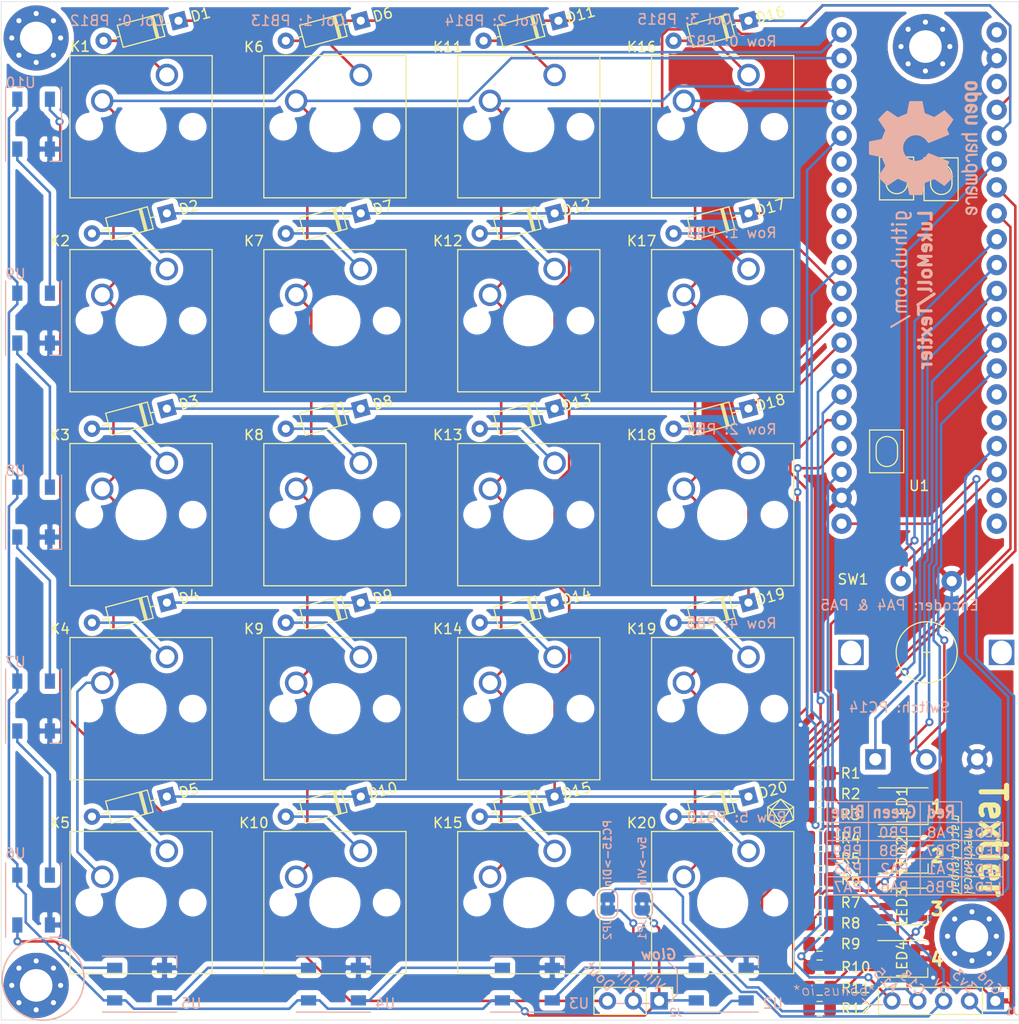
<source format=kicad_pcb>
(kicad_pcb (version 20171130) (host pcbnew 5.1.6-c6e7f7d~86~ubuntu18.04.1)
  (layers (0 F.Cu signal) (31 B.Cu signal) (34 B.Paste user) (35 F.Paste user) (36 B.SilkS user hide) (37 F.SilkS user) (38 B.Mask user) (39 F.Mask user) (44 Edge.Cuts user))
  (net 0 "")
  (net 1 "Net-(D1-Pad2)")
  (net 2 /row0)
  (net 3 "Net-(D2-Pad2)")
  (net 4 /row1)
  (net 5 "Net-(D3-Pad2)")
  (net 6 /row2)
  (net 7 "Net-(D4-Pad2)")
  (net 8 /row3)
  (net 9 "Net-(D5-Pad2)")
  (net 10 /row4)
  (net 11 "Net-(D6-Pad2)")
  (net 12 "Net-(D7-Pad2)")
  (net 13 "Net-(D8-Pad2)")
  (net 14 "Net-(D9-Pad2)")
  (net 15 "Net-(D10-Pad2)")
  (net 16 "Net-(D11-Pad2)")
  (net 17 "Net-(D12-Pad2)")
  (net 18 "Net-(D13-Pad2)")
  (net 19 "Net-(D14-Pad2)")
  (net 20 "Net-(D15-Pad2)")
  (net 21 "Net-(D16-Pad2)")
  (net 22 "Net-(D17-Pad2)")
  (net 23 "Net-(D18-Pad2)")
  (net 24 "Net-(D19-Pad2)")
  (net 25 "Net-(D20-Pad2)")
  (net 26 GND)
  (net 27 /TX1)
  (net 28 /PC15)
  (net 29 +5V)
  (net 30 +3V3)
  (net 31 /col0)
  (net 32 /col1)
  (net 33 /col2)
  (net 34 /col3)
  (net 35 "Net-(R1-Pad2)")
  (net 36 "Net-(R2-Pad2)")
  (net 37 /PA8)
  (net 38 "Net-(R7-Pad2)")
  (net 39 "Net-(R8-Pad2)")
  (net 40 "Net-(R10-Pad2)")
  (net 41 "Net-(R11-Pad2)")
  (net 42 "Net-(SW1-PadA)")
  (net 43 "Net-(SW1-PadB)")
  (net 44 /PC14)
  (net 45 "Net-(U1-Pad20)")
  (net 46 "Net-(U1-Pad19)")
  (net 47 "Net-(U1-Pad16)")
  (net 48 "Net-(U1-Pad15)")
  (net 49 "Net-(U1-Pad32)")
  (net 50 "Net-(U1-Pad33)")
  (net 51 "Net-(U1-Pad34)")
  (net 52 "Net-(U1-Pad35)")
  (net 53 "Net-(LED1-Pad6)")
  (net 54 "Net-(LED1-Pad5)")
  (net 55 "Net-(LED1-Pad4)")
  (net 56 "Net-(LED2-Pad6)")
  (net 57 "Net-(LED2-Pad5)")
  (net 58 "Net-(LED2-Pad4)")
  (net 59 "Net-(LED3-Pad6)")
  (net 60 "Net-(LED3-Pad5)")
  (net 61 "Net-(LED3-Pad4)")
  (net 62 "Net-(LED4-Pad6)")
  (net 63 "Net-(LED4-Pad5)")
  (net 64 "Net-(LED4-Pad4)")
  (net 65 "Net-(R5-Pad2)")
  (net 66 "Net-(R12-Pad2)")
  (net 67 "Net-(R4-Pad2)")
  (net 68 /PB6)
  (net 69 "Net-(R9-Pad2)")
  (net 70 /Glow_Dout)
  (net 71 /Glow_Din)
  (net 72 /Glow_5V)
  (net 73 "Net-(U2-Pad4)")
  (net 74 "Net-(U3-Pad4)")
  (net 75 "Net-(U4-Pad4)")
  (net 76 "Net-(U5-Pad4)")
  (net 77 "Net-(U6-Pad4)")
  (net 78 "Net-(U7-Pad4)")
  (net 79 "Net-(U8-Pad4)")
  (net 80 "Net-(U10-Pad2)")
  (module PyPad_Footprints:BlackPill_F401RE (layer F.Cu) (at 114.7 49.4 270)
    (fp_text reference U1 (at 19.137 0 180) (layer F.SilkS))
    (fp_text value BlackPill_F401RE)
    (pad 40 thru_hole circle (at -25.4 7.62 90) (size 2 2) (drill 1) (layers *.Cu *.Mask) (net 31 /col0))
    (pad 1 thru_hole circle (at -25.4 -7.62 90) (size 2 2) (drill 1) (layers *.Cu *.Mask) (net 29 +5V))
    (pad 39 thru_hole circle (at -22.86 7.62 90) (size 2 2) (drill 1) (layers *.Cu *.Mask) (net 32 /col1))
    (pad 2 thru_hole circle (at -22.86 -7.62 90) (size 2 2) (drill 1) (layers *.Cu *.Mask) (net 26 GND))
    (pad 38 thru_hole circle (at -20.32 7.62 90) (size 2 2) (drill 1) (layers *.Cu *.Mask) (net 33 /col2))
    (pad 3 thru_hole circle (at -20.32 -7.62 90) (size 2 2) (drill 1) (layers *.Cu *.Mask) (net 30 +3V3))
    (pad 37 thru_hole circle (at -17.78 7.62 90) (size 2 2) (drill 1) (layers *.Cu *.Mask) (net 34 /col3))
    (pad 4 thru_hole circle (at -17.78 -7.62 90) (size 2 2) (drill 1) (layers *.Cu *.Mask) (net 10 /row4))
    (pad 36 thru_hole circle (at -15.24 7.62 90) (size 2 2) (drill 1) (layers *.Cu *.Mask) (net 37 /PA8))
    (pad 5 thru_hole circle (at -15.24 -7.62 90) (size 2 2) (drill 1) (layers *.Cu *.Mask) (net 2 /row0))
    (pad 35 thru_hole circle (at -12.7 7.62 90) (size 2 2) (drill 1) (layers *.Cu *.Mask) (net 52 "Net-(U1-Pad35)"))
    (pad 6 thru_hole circle (at -12.7 -7.62 90) (size 2 2) (drill 1) (layers *.Cu *.Mask) (net 35 "Net-(R1-Pad2)"))
    (pad 34 thru_hole circle (at -10.16 7.62 90) (size 2 2) (drill 1) (layers *.Cu *.Mask) (net 51 "Net-(U1-Pad34)"))
    (pad 7 thru_hole circle (at -10.16 -7.62 90) (size 2 2) (drill 1) (layers *.Cu *.Mask) (net 36 "Net-(R2-Pad2)"))
    (pad 33 thru_hole circle (at -7.62 7.62 90) (size 2 2) (drill 1) (layers *.Cu *.Mask) (net 50 "Net-(U1-Pad33)"))
    (pad 8 thru_hole circle (at -7.62 -7.62 90) (size 2 2) (drill 1) (layers *.Cu *.Mask) (net 67 "Net-(R4-Pad2)"))
    (pad 32 thru_hole circle (at -5.08 7.62 90) (size 2 2) (drill 1) (layers *.Cu *.Mask) (net 49 "Net-(U1-Pad32)"))
    (pad 9 thru_hole circle (at -5.08 -7.62 90) (size 2 2) (drill 1) (layers *.Cu *.Mask) (net 65 "Net-(R5-Pad2)"))
    (pad 31 thru_hole circle (at -2.54 7.62 90) (size 2 2) (drill 1) (layers *.Cu *.Mask) (net 27 /TX1))
    (pad 10 thru_hole circle (at -2.54 -7.62 90) (size 2 2) (drill 1) (layers *.Cu *.Mask) (net 42 "Net-(SW1-PadA)"))
    (pad 30 thru_hole circle (at 0 7.62 90) (size 2 2) (drill 1) (layers *.Cu *.Mask) (net 4 /row1))
    (pad 11 thru_hole circle (at 0 -7.62 90) (size 2 2) (drill 1) (layers *.Cu *.Mask) (net 43 "Net-(SW1-PadB)"))
    (pad 29 thru_hole circle (at 2.54 7.62 90) (size 2 2) (drill 1) (layers *.Cu *.Mask) (net 6 /row2))
    (pad 12 thru_hole circle (at 2.54 -7.62 90) (size 2 2) (drill 1) (layers *.Cu *.Mask) (net 38 "Net-(R7-Pad2)"))
    (pad 28 thru_hole circle (at 5.08 7.62 90) (size 2 2) (drill 1) (layers *.Cu *.Mask) (net 8 /row3))
    (pad 13 thru_hole circle (at 5.08 -7.62 90) (size 2 2) (drill 1) (layers *.Cu *.Mask) (net 39 "Net-(R8-Pad2)"))
    (pad 27 thru_hole circle (at 7.62 7.62 90) (size 2 2) (drill 1) (layers *.Cu *.Mask) (net 68 /PB6))
    (pad 14 thru_hole circle (at 7.62 -7.62 90) (size 2 2) (drill 1) (layers *.Cu *.Mask) (net 69 "Net-(R9-Pad2)"))
    (pad 26 thru_hole circle (at 10.16 7.62 90) (size 2 2) (drill 1) (layers *.Cu *.Mask) (net 40 "Net-(R10-Pad2)"))
    (pad 15 thru_hole circle (at 10.16 -7.62 90) (size 2 2) (drill 1) (layers *.Cu *.Mask) (net 48 "Net-(U1-Pad15)"))
    (pad 25 thru_hole circle (at 12.7 7.62 90) (size 2 2) (drill 1) (layers *.Cu *.Mask) (net 41 "Net-(R11-Pad2)"))
    (pad 16 thru_hole circle (at 12.7 -7.62 90) (size 2 2) (drill 1) (layers *.Cu *.Mask) (net 47 "Net-(U1-Pad16)"))
    (pad 24 thru_hole circle (at 15.24 7.62 90) (size 2 2) (drill 1) (layers *.Cu *.Mask) (net 66 "Net-(R12-Pad2)"))
    (pad 17 thru_hole circle (at 15.24 -7.62 90) (size 2 2) (drill 1) (layers *.Cu *.Mask) (net 28 /PC15))
    (pad 23 thru_hole circle (at 17.78 7.62 90) (size 2 2) (drill 1) (layers *.Cu *.Mask) (net 29 +5V))
    (pad 18 thru_hole circle (at 17.78 -7.62 90) (size 2 2) (drill 1) (layers *.Cu *.Mask) (net 44 /PC14))
    (pad 22 thru_hole circle (at 20.32 7.62 90) (size 2 2) (drill 1) (layers *.Cu *.Mask) (net 26 GND))
    (pad 19 thru_hole circle (at 20.32 -7.62 90) (size 2 2) (drill 1) (layers *.Cu *.Mask) (net 46 "Net-(U1-Pad19)"))
    (pad 21 thru_hole circle (at 22.86 7.62 90) (size 2 2) (drill 1) (layers *.Cu *.Mask) (net 30 +3V3))
    (pad 20 thru_hole circle (at 22.86 -7.62 90) (size 2 2) (drill 1) (layers *.Cu *.Mask) (net 45 "Net-(U1-Pad20)"))
  )
  (module PyPad_Footprints:RotaryEncoder_Bourns_PEC16-4-Switch_Vertical_H20mm (layer F.Cu) (at 115.4 84.9 90)
    (fp_text reference SW1 (at 7.176 -7.196) (layer F.SilkS))
    (fp_text value Rotary_Encoder_Switch)
    (pad A thru_hole rect (at -10.5 -5 90) (size 2 2) (drill 1.2) (layers *.Cu *.Mask) (net 42 "Net-(SW1-PadA)"))
    (pad C thru_hole circle (at -10.5 5 90) (size 2 2) (drill 1.2) (layers *.Cu *.Mask) (net 26 GND))
    (pad B thru_hole circle (at -10.5 0 90) (size 2 2) (drill 1.2) (layers *.Cu *.Mask) (net 43 "Net-(SW1-PadB)"))
    (pad MP thru_hole rect (at 0 -7.4 90) (size 2.5 2.5) (drill oval 2.3 2) (layers *.Cu *.Mask))
    (pad MP thru_hole rect (at 0 7.4 270) (size 2.5 2.5) (drill oval 2.3 2) (layers *.Cu *.Mask))
    (pad S2 thru_hole circle (at 7 -2.5 90) (size 2 2) (drill 1) (layers *.Cu *.Mask) (net 44 /PC14))
    (pad S1 thru_hole circle (at 7 2.5 90) (size 2 2) (drill 1) (layers *.Cu *.Mask) (net 26 GND))
  )
  (module Symbol:OSHW-Logo2_14.6x12mm_SilkScreen (layer B.Cu) (at 115.316 35.3695 270)
    (fp_text reference REF** hide)
    (fp_text value OSHW-Logo2_14.6x12mm_SilkScreen hide)
  )
  (module PyPad_Footprints:SolderJumper-2_P1.3mm_Bridged2BarCuttable_RoundedPad1.0x1.5mm (layer B.Cu) (at 84.074 109.601 270)
    (fp_text reference JP2 (at 2.54 0 90) (layer B.SilkS) (effects (font (size 0.75 0.75) (thickness 0.125)) (justify mirror)))
    (fp_text value SolderJumper_2_Bridged)
    (fp_poly (pts (xy -0.25 0.6) (xy 0.25 0.6) (xy 0.25 0.2) (xy -0.25 0.2)) (layer B.Cu) (width 0))
    (fp_poly (pts (xy -0.25 -0.2) (xy 0.25 -0.2) (xy 0.25 -0.6) (xy -0.25 -0.6)) (layer B.Cu) (width 0))
    (pad 1 smd custom (at -0.65 0 270) (size 1 0.5) (layers B.Cu B.Mask) (net 28 /PC15) (options (clearance outline) (anchor rect)) (primitives (gr_circle (center 0 -0.25) (end 0.5 -0.25) (width 0)) (gr_circle (center 0 0.25) (end 0.5 0.25) (width 0)) (gr_poly (pts (xy 0.5 -0.75) (xy 0.5 0.75) (xy 0 0.75) (xy 0 -0.75)) (width 0))))
    (pad 2 smd custom (at 0.65 0 270) (size 1 0.5) (layers B.Cu B.Mask) (net 71 /Glow_Din) (options (clearance outline) (anchor rect)) (primitives (gr_circle (center 0 -0.25) (end 0.5 -0.25) (width 0)) (gr_circle (center 0 0.25) (end 0.5 0.25) (width 0)) (gr_poly (pts (xy -0.5 -0.75) (xy -0.5 0.75) (xy 0 0.75) (xy 0 -0.75)) (width 0))))
  )
  (module PyPad_Footprints:SolderJumper-2_P1.3mm_Bridged2BarCuttable_RoundedPad1.0x1.5mm (layer B.Cu) (at 87.503 109.601 270)
    (fp_text reference JP1 (at 2.54 0 90) (layer B.SilkS) (effects (font (size 0.75 0.75) (thickness 0.125)) (justify mirror)))
    (fp_text value SolderJumper_2_Bridged)
    (fp_poly (pts (xy -0.25 0.6) (xy 0.25 0.6) (xy 0.25 0.2) (xy -0.25 0.2)) (layer B.Cu) (width 0))
    (fp_poly (pts (xy -0.25 -0.2) (xy 0.25 -0.2) (xy 0.25 -0.6) (xy -0.25 -0.6)) (layer B.Cu) (width 0))
    (pad 1 smd custom (at -0.65 0 270) (size 1 0.5) (layers B.Cu B.Mask) (net 29 +5V) (options (clearance outline) (anchor rect)) (primitives (gr_circle (center 0 -0.25) (end 0.5 -0.25) (width 0)) (gr_circle (center 0 0.25) (end 0.5 0.25) (width 0)) (gr_poly (pts (xy 0.5 -0.75) (xy 0.5 0.75) (xy 0 0.75) (xy 0 -0.75)) (width 0))))
    (pad 2 smd custom (at 0.65 0 270) (size 1 0.5) (layers B.Cu B.Mask) (net 72 /Glow_5V) (options (clearance outline) (anchor rect)) (primitives (gr_circle (center 0 -0.25) (end 0.5 -0.25) (width 0)) (gr_circle (center 0 0.25) (end 0.5 0.25) (width 0)) (gr_poly (pts (xy -0.5 -0.75) (xy -0.5 0.75) (xy 0 0.75) (xy 0 -0.75)) (width 0))))
  )
  (module LED_SMD:LED_SK6812_PLCC4_5.0x5.0mm_P3.2mm (layer B.Cu) (at 27.686 33.02 270)
    (fp_text reference U10 (at -4.064 1.27 180) (layer B.SilkS) (effects (justify mirror)))
    (fp_text value SK6812)
    (pad 3 smd rect (at -2.45 1.6 270) (size 1.5 1) (layers B.Cu B.Paste B.Mask) (net 72 /Glow_5V))
    (pad 4 smd rect (at -2.45 -1.6 270) (size 1.5 1) (layers B.Cu B.Paste B.Mask) (net 70 /Glow_Dout))
    (pad 2 smd rect (at 2.45 1.6 270) (size 1.5 1) (layers B.Cu B.Paste B.Mask) (net 80 "Net-(U10-Pad2)"))
    (pad 1 smd rect (at 2.45 -1.6 270) (size 1.5 1) (layers B.Cu B.Paste B.Mask) (net 26 GND))
  )
  (module LED_SMD:LED_SK6812_PLCC4_5.0x5.0mm_P3.2mm (layer B.Cu) (at 27.686 52.07 270)
    (fp_text reference U9 (at -4.318 1.778 180) (layer B.SilkS) (effects (justify mirror)))
    (fp_text value SK6812)
    (pad 3 smd rect (at -2.45 1.6 270) (size 1.5 1) (layers B.Cu B.Paste B.Mask) (net 72 /Glow_5V))
    (pad 4 smd rect (at -2.45 -1.6 270) (size 1.5 1) (layers B.Cu B.Paste B.Mask) (net 80 "Net-(U10-Pad2)"))
    (pad 2 smd rect (at 2.45 1.6 270) (size 1.5 1) (layers B.Cu B.Paste B.Mask) (net 79 "Net-(U8-Pad4)"))
    (pad 1 smd rect (at 2.45 -1.6 270) (size 1.5 1) (layers B.Cu B.Paste B.Mask) (net 26 GND))
  )
  (module LED_SMD:LED_SK6812_PLCC4_5.0x5.0mm_P3.2mm (layer B.Cu) (at 27.686 71.12 270)
    (fp_text reference U8 (at -4.064 1.778 180) (layer B.SilkS) (effects (justify mirror)))
    (fp_text value SK6812)
    (pad 3 smd rect (at -2.45 1.6 270) (size 1.5 1) (layers B.Cu B.Paste B.Mask) (net 72 /Glow_5V))
    (pad 4 smd rect (at -2.45 -1.6 270) (size 1.5 1) (layers B.Cu B.Paste B.Mask) (net 79 "Net-(U8-Pad4)"))
    (pad 2 smd rect (at 2.45 1.6 270) (size 1.5 1) (layers B.Cu B.Paste B.Mask) (net 78 "Net-(U7-Pad4)"))
    (pad 1 smd rect (at 2.45 -1.6 270) (size 1.5 1) (layers B.Cu B.Paste B.Mask) (net 26 GND))
  )
  (module LED_SMD:LED_SK6812_PLCC4_5.0x5.0mm_P3.2mm (layer B.Cu) (at 27.686 90.17 270)
    (fp_text reference U7 (at -4.318 1.778 180) (layer B.SilkS) (effects (justify mirror)))
    (fp_text value SK6812)
    (pad 3 smd rect (at -2.45 1.6 270) (size 1.5 1) (layers B.Cu B.Paste B.Mask) (net 72 /Glow_5V))
    (pad 4 smd rect (at -2.45 -1.6 270) (size 1.5 1) (layers B.Cu B.Paste B.Mask) (net 78 "Net-(U7-Pad4)"))
    (pad 2 smd rect (at 2.45 1.6 270) (size 1.5 1) (layers B.Cu B.Paste B.Mask) (net 77 "Net-(U6-Pad4)"))
    (pad 1 smd rect (at 2.45 -1.6 270) (size 1.5 1) (layers B.Cu B.Paste B.Mask) (net 26 GND))
  )
  (module LED_SMD:LED_SK6812_PLCC4_5.0x5.0mm_P3.2mm (layer B.Cu) (at 27.686 109.22 270)
    (fp_text reference U6 (at -4.572 1.778) (layer B.SilkS) (effects (justify mirror)))
    (fp_text value SK6812)
    (pad 3 smd rect (at -2.45 1.6 270) (size 1.5 1) (layers B.Cu B.Paste B.Mask) (net 72 /Glow_5V))
    (pad 4 smd rect (at -2.45 -1.6 270) (size 1.5 1) (layers B.Cu B.Paste B.Mask) (net 77 "Net-(U6-Pad4)"))
    (pad 2 smd rect (at 2.45 1.6 270) (size 1.5 1) (layers B.Cu B.Paste B.Mask) (net 76 "Net-(U5-Pad4)"))
    (pad 1 smd rect (at 2.45 -1.6 270) (size 1.5 1) (layers B.Cu B.Paste B.Mask) (net 26 GND))
  )
  (module LED_SMD:LED_SK6812_PLCC4_5.0x5.0mm_P3.2mm (layer B.Cu) (at 38.1 117.475)
    (fp_text reference U5 (at 5.08 1.905) (layer B.SilkS) (effects (justify mirror)))
    (fp_text value SK6812)
    (pad 3 smd rect (at -2.45 1.6) (size 1.5 1) (layers B.Cu B.Paste B.Mask) (net 72 /Glow_5V))
    (pad 4 smd rect (at -2.45 -1.6) (size 1.5 1) (layers B.Cu B.Paste B.Mask) (net 76 "Net-(U5-Pad4)"))
    (pad 2 smd rect (at 2.45 1.6) (size 1.5 1) (layers B.Cu B.Paste B.Mask) (net 75 "Net-(U4-Pad4)"))
    (pad 1 smd rect (at 2.45 -1.6) (size 1.5 1) (layers B.Cu B.Paste B.Mask) (net 26 GND))
  )
  (module LED_SMD:LED_SK6812_PLCC4_5.0x5.0mm_P3.2mm (layer B.Cu) (at 57.15 117.475)
    (fp_text reference U4 (at 5.08 1.905) (layer B.SilkS) (effects (justify mirror)))
    (fp_text value SK6812)
    (pad 3 smd rect (at -2.45 1.6) (size 1.5 1) (layers B.Cu B.Paste B.Mask) (net 72 /Glow_5V))
    (pad 4 smd rect (at -2.45 -1.6) (size 1.5 1) (layers B.Cu B.Paste B.Mask) (net 75 "Net-(U4-Pad4)"))
    (pad 2 smd rect (at 2.45 1.6) (size 1.5 1) (layers B.Cu B.Paste B.Mask) (net 74 "Net-(U3-Pad4)"))
    (pad 1 smd rect (at 2.45 -1.6) (size 1.5 1) (layers B.Cu B.Paste B.Mask) (net 26 GND))
  )
  (module LED_SMD:LED_SK6812_PLCC4_5.0x5.0mm_P3.2mm (layer B.Cu) (at 76.2 117.475)
    (fp_text reference U3 (at 5.08 1.905) (layer B.SilkS) (effects (justify mirror)))
    (fp_text value SK6812)
    (pad 3 smd rect (at -2.45 1.6) (size 1.5 1) (layers B.Cu B.Paste B.Mask) (net 72 /Glow_5V))
    (pad 4 smd rect (at -2.45 -1.6) (size 1.5 1) (layers B.Cu B.Paste B.Mask) (net 74 "Net-(U3-Pad4)"))
    (pad 2 smd rect (at 2.45 1.6) (size 1.5 1) (layers B.Cu B.Paste B.Mask) (net 73 "Net-(U2-Pad4)"))
    (pad 1 smd rect (at 2.45 -1.6) (size 1.5 1) (layers B.Cu B.Paste B.Mask) (net 26 GND))
  )
  (module LED_SMD:LED_SK6812_PLCC4_5.0x5.0mm_P3.2mm (layer B.Cu) (at 95.25 117.475)
    (fp_text reference U2 (at 5.08 1.905) (layer B.SilkS) (effects (justify mirror)))
    (fp_text value SK6812)
    (pad 3 smd rect (at -2.45 1.6) (size 1.5 1) (layers B.Cu B.Paste B.Mask) (net 72 /Glow_5V))
    (pad 4 smd rect (at -2.45 -1.6) (size 1.5 1) (layers B.Cu B.Paste B.Mask) (net 73 "Net-(U2-Pad4)"))
    (pad 2 smd rect (at 2.45 1.6) (size 1.5 1) (layers B.Cu B.Paste B.Mask) (net 71 /Glow_Din))
    (pad 1 smd rect (at 2.45 -1.6) (size 1.5 1) (layers B.Cu B.Paste B.Mask) (net 26 GND))
  )
  (module Connector_PinHeader_2.54mm:PinHeader_1x03_P2.54mm_Vertical (layer F.Cu) (at 89.154 119.126 270)
    (fp_text reference J2 (at 1.143 -1.651 180) (layer B.SilkS) (effects (font (size 0.75 0.75) (thickness 0.125)) (justify mirror)))
    (fp_text value Conn_01x03_Male)
    (pad 3 thru_hole oval (at 0 5.08 270) (size 1.7 1.7) (drill 1) (layers *.Cu *.Mask) (net 70 /Glow_Dout))
    (pad 2 thru_hole oval (at 0 2.54 270) (size 1.7 1.7) (drill 1) (layers *.Cu *.Mask) (net 71 /Glow_Din))
    (pad 1 thru_hole rect (at 0 0 270) (size 1.7 1.7) (drill 1) (layers *.Cu *.Mask) (net 72 /Glow_5V))
  )
  (module MountingHole:MountingHole_3.2mm_M3_Pad_Via (layer F.Cu) (at 119.888 112.776)
    (fp_text reference M3 hide)
    (fp_text value MountingHole_3.2mm_M3_Pad_Via)
    (pad 1 thru_hole circle (at 1.697056 -1.697056) (size 0.8 0.8) (drill 0.5) (layers *.Cu *.Mask))
    (pad 1 thru_hole circle (at 0 -2.4) (size 0.8 0.8) (drill 0.5) (layers *.Cu *.Mask))
    (pad 1 thru_hole circle (at -1.697056 -1.697056) (size 0.8 0.8) (drill 0.5) (layers *.Cu *.Mask))
    (pad 1 thru_hole circle (at -2.4 0) (size 0.8 0.8) (drill 0.5) (layers *.Cu *.Mask))
    (pad 1 thru_hole circle (at -1.697056 1.697056) (size 0.8 0.8) (drill 0.5) (layers *.Cu *.Mask))
    (pad 1 thru_hole circle (at 0 2.4) (size 0.8 0.8) (drill 0.5) (layers *.Cu *.Mask))
    (pad 1 thru_hole circle (at 1.697056 1.697056) (size 0.8 0.8) (drill 0.5) (layers *.Cu *.Mask))
    (pad 1 thru_hole circle (at 2.4 0) (size 0.8 0.8) (drill 0.5) (layers *.Cu *.Mask))
    (pad 1 thru_hole circle (at 0 0) (size 6.4 6.4) (drill 3.2) (layers *.Cu *.Mask))
  )
  (module PyPad_Footprints:SW_Cherry_MX_1.00u_PCB (layer F.Cu) (at 40.783 28.194)
    (fp_text reference K1 (at -8.525 -2.794) (layer F.SilkS))
    (fp_text value SW_SPST)
    (pad "" np_thru_hole circle (at 2.54 5.08) (size 1.7 1.7) (drill 1.7) (layers *.Cu *.Mask))
    (pad "" np_thru_hole circle (at -7.62 5.08) (size 1.7 1.7) (drill 1.7) (layers *.Cu *.Mask))
    (pad "" np_thru_hole circle (at -2.54 5.08) (size 4 4) (drill 4) (layers *.Cu *.Mask))
    (pad 2 thru_hole circle (at -6.35 2.54) (size 2.2 2.2) (drill 1.5) (layers *.Cu *.Mask) (net 31 /col0))
    (pad 1 thru_hole circle (at 0 0) (size 2.2 2.2) (drill 1.5) (layers *.Cu *.Mask) (net 1 "Net-(D1-Pad2)"))
  )
  (module PyPad_Footprints:SW_Cherry_MX_1.00u_PCB (layer F.Cu) (at 40.783 47.244)
    (fp_text reference K2 (at -10.5 -2.75) (layer F.SilkS))
    (fp_text value SW_SPST)
    (pad "" np_thru_hole circle (at 2.54 5.08) (size 1.7 1.7) (drill 1.7) (layers *.Cu *.Mask))
    (pad "" np_thru_hole circle (at -7.62 5.08) (size 1.7 1.7) (drill 1.7) (layers *.Cu *.Mask))
    (pad "" np_thru_hole circle (at -2.54 5.08) (size 4 4) (drill 4) (layers *.Cu *.Mask))
    (pad 2 thru_hole circle (at -6.35 2.54) (size 2.2 2.2) (drill 1.5) (layers *.Cu *.Mask) (net 31 /col0))
    (pad 1 thru_hole circle (at 0 0) (size 2.2 2.2) (drill 1.5) (layers *.Cu *.Mask) (net 3 "Net-(D2-Pad2)"))
  )
  (module PyPad_Footprints:SW_Cherry_MX_1.00u_PCB (layer F.Cu) (at 97.933 104.394)
    (fp_text reference K20 (at -10.5 -2.75) (layer F.SilkS))
    (fp_text value SW_SPST)
    (pad "" np_thru_hole circle (at 2.54 5.08) (size 1.7 1.7) (drill 1.7) (layers *.Cu *.Mask))
    (pad "" np_thru_hole circle (at -7.62 5.08) (size 1.7 1.7) (drill 1.7) (layers *.Cu *.Mask))
    (pad "" np_thru_hole circle (at -2.54 5.08) (size 4 4) (drill 4) (layers *.Cu *.Mask))
    (pad 2 thru_hole circle (at -6.35 2.54) (size 2.2 2.2) (drill 1.5) (layers *.Cu *.Mask) (net 34 /col3))
    (pad 1 thru_hole circle (at 0 0) (size 2.2 2.2) (drill 1.5) (layers *.Cu *.Mask) (net 25 "Net-(D20-Pad2)"))
  )
  (module PyPad_Footprints:SW_Cherry_MX_1.00u_PCB (layer F.Cu) (at 97.933 85.344)
    (fp_text reference K19 (at -10.5 -2.75) (layer F.SilkS))
    (fp_text value SW_SPST)
    (pad "" np_thru_hole circle (at 2.54 5.08) (size 1.7 1.7) (drill 1.7) (layers *.Cu *.Mask))
    (pad "" np_thru_hole circle (at -7.62 5.08) (size 1.7 1.7) (drill 1.7) (layers *.Cu *.Mask))
    (pad "" np_thru_hole circle (at -2.54 5.08) (size 4 4) (drill 4) (layers *.Cu *.Mask))
    (pad 2 thru_hole circle (at -6.35 2.54) (size 2.2 2.2) (drill 1.5) (layers *.Cu *.Mask) (net 34 /col3))
    (pad 1 thru_hole circle (at 0 0) (size 2.2 2.2) (drill 1.5) (layers *.Cu *.Mask) (net 24 "Net-(D19-Pad2)"))
  )
  (module PyPad_Footprints:SW_Cherry_MX_1.00u_PCB (layer F.Cu) (at 97.933 66.294)
    (fp_text reference K18 (at -10.5 -2.75) (layer F.SilkS))
    (fp_text value SW_SPST)
    (pad "" np_thru_hole circle (at 2.54 5.08) (size 1.7 1.7) (drill 1.7) (layers *.Cu *.Mask))
    (pad "" np_thru_hole circle (at -7.62 5.08) (size 1.7 1.7) (drill 1.7) (layers *.Cu *.Mask))
    (pad "" np_thru_hole circle (at -2.54 5.08) (size 4 4) (drill 4) (layers *.Cu *.Mask))
    (pad 2 thru_hole circle (at -6.35 2.54) (size 2.2 2.2) (drill 1.5) (layers *.Cu *.Mask) (net 34 /col3))
    (pad 1 thru_hole circle (at 0 0) (size 2.2 2.2) (drill 1.5) (layers *.Cu *.Mask) (net 23 "Net-(D18-Pad2)"))
  )
  (module PyPad_Footprints:SW_Cherry_MX_1.00u_PCB (layer F.Cu) (at 97.933 47.244)
    (fp_text reference K17 (at -10.5 -2.75) (layer F.SilkS))
    (fp_text value SW_SPST)
    (pad "" np_thru_hole circle (at 2.54 5.08) (size 1.7 1.7) (drill 1.7) (layers *.Cu *.Mask))
    (pad "" np_thru_hole circle (at -7.62 5.08) (size 1.7 1.7) (drill 1.7) (layers *.Cu *.Mask))
    (pad "" np_thru_hole circle (at -2.54 5.08) (size 4 4) (drill 4) (layers *.Cu *.Mask))
    (pad 2 thru_hole circle (at -6.35 2.54) (size 2.2 2.2) (drill 1.5) (layers *.Cu *.Mask) (net 34 /col3))
    (pad 1 thru_hole circle (at 0 0) (size 2.2 2.2) (drill 1.5) (layers *.Cu *.Mask) (net 22 "Net-(D17-Pad2)"))
  )
  (module PyPad_Footprints:SW_Cherry_MX_1.00u_PCB (layer F.Cu) (at 97.933 28.194)
    (fp_text reference K16 (at -10.5 -2.75) (layer F.SilkS))
    (fp_text value SW_SPST)
    (pad "" np_thru_hole circle (at 2.54 5.08) (size 1.7 1.7) (drill 1.7) (layers *.Cu *.Mask))
    (pad "" np_thru_hole circle (at -7.62 5.08) (size 1.7 1.7) (drill 1.7) (layers *.Cu *.Mask))
    (pad "" np_thru_hole circle (at -2.54 5.08) (size 4 4) (drill 4) (layers *.Cu *.Mask))
    (pad 2 thru_hole circle (at -6.35 2.54) (size 2.2 2.2) (drill 1.5) (layers *.Cu *.Mask) (net 34 /col3))
    (pad 1 thru_hole circle (at 0 0) (size 2.2 2.2) (drill 1.5) (layers *.Cu *.Mask) (net 21 "Net-(D16-Pad2)"))
  )
  (module PyPad_Footprints:SW_Cherry_MX_1.00u_PCB (layer F.Cu) (at 78.883 104.394)
    (fp_text reference K15 (at -10.5 -2.75) (layer F.SilkS))
    (fp_text value SW_SPST)
    (pad "" np_thru_hole circle (at 2.54 5.08) (size 1.7 1.7) (drill 1.7) (layers *.Cu *.Mask))
    (pad "" np_thru_hole circle (at -7.62 5.08) (size 1.7 1.7) (drill 1.7) (layers *.Cu *.Mask))
    (pad "" np_thru_hole circle (at -2.54 5.08) (size 4 4) (drill 4) (layers *.Cu *.Mask))
    (pad 2 thru_hole circle (at -6.35 2.54) (size 2.2 2.2) (drill 1.5) (layers *.Cu *.Mask) (net 33 /col2))
    (pad 1 thru_hole circle (at 0 0) (size 2.2 2.2) (drill 1.5) (layers *.Cu *.Mask) (net 20 "Net-(D15-Pad2)"))
  )
  (module PyPad_Footprints:SW_Cherry_MX_1.00u_PCB (layer F.Cu) (at 78.883 85.344)
    (fp_text reference K14 (at -10.5 -2.75) (layer F.SilkS))
    (fp_text value SW_SPST)
    (pad "" np_thru_hole circle (at 2.54 5.08) (size 1.7 1.7) (drill 1.7) (layers *.Cu *.Mask))
    (pad "" np_thru_hole circle (at -7.62 5.08) (size 1.7 1.7) (drill 1.7) (layers *.Cu *.Mask))
    (pad "" np_thru_hole circle (at -2.54 5.08) (size 4 4) (drill 4) (layers *.Cu *.Mask))
    (pad 2 thru_hole circle (at -6.35 2.54) (size 2.2 2.2) (drill 1.5) (layers *.Cu *.Mask) (net 33 /col2))
    (pad 1 thru_hole circle (at 0 0) (size 2.2 2.2) (drill 1.5) (layers *.Cu *.Mask) (net 19 "Net-(D14-Pad2)"))
  )
  (module PyPad_Footprints:SW_Cherry_MX_1.00u_PCB (layer F.Cu) (at 78.883 66.294)
    (fp_text reference K13 (at -10.5 -2.75) (layer F.SilkS))
    (fp_text value SW_SPST)
    (pad "" np_thru_hole circle (at 2.54 5.08) (size 1.7 1.7) (drill 1.7) (layers *.Cu *.Mask))
    (pad "" np_thru_hole circle (at -7.62 5.08) (size 1.7 1.7) (drill 1.7) (layers *.Cu *.Mask))
    (pad "" np_thru_hole circle (at -2.54 5.08) (size 4 4) (drill 4) (layers *.Cu *.Mask))
    (pad 2 thru_hole circle (at -6.35 2.54) (size 2.2 2.2) (drill 1.5) (layers *.Cu *.Mask) (net 33 /col2))
    (pad 1 thru_hole circle (at 0 0) (size 2.2 2.2) (drill 1.5) (layers *.Cu *.Mask) (net 18 "Net-(D13-Pad2)"))
  )
  (module PyPad_Footprints:SW_Cherry_MX_1.00u_PCB (layer F.Cu) (at 78.883 47.244)
    (fp_text reference K12 (at -10.5 -2.75) (layer F.SilkS))
    (fp_text value SW_SPST)
    (pad "" np_thru_hole circle (at 2.54 5.08) (size 1.7 1.7) (drill 1.7) (layers *.Cu *.Mask))
    (pad "" np_thru_hole circle (at -7.62 5.08) (size 1.7 1.7) (drill 1.7) (layers *.Cu *.Mask))
    (pad "" np_thru_hole circle (at -2.54 5.08) (size 4 4) (drill 4) (layers *.Cu *.Mask))
    (pad 2 thru_hole circle (at -6.35 2.54) (size 2.2 2.2) (drill 1.5) (layers *.Cu *.Mask) (net 33 /col2))
    (pad 1 thru_hole circle (at 0 0) (size 2.2 2.2) (drill 1.5) (layers *.Cu *.Mask) (net 17 "Net-(D12-Pad2)"))
  )
  (module PyPad_Footprints:SW_Cherry_MX_1.00u_PCB (layer F.Cu) (at 78.883 28.194)
    (fp_text reference K11 (at -10.5 -2.75) (layer F.SilkS))
    (fp_text value SW_SPST)
    (pad "" np_thru_hole circle (at 2.54 5.08) (size 1.7 1.7) (drill 1.7) (layers *.Cu *.Mask))
    (pad "" np_thru_hole circle (at -7.62 5.08) (size 1.7 1.7) (drill 1.7) (layers *.Cu *.Mask))
    (pad "" np_thru_hole circle (at -2.54 5.08) (size 4 4) (drill 4) (layers *.Cu *.Mask))
    (pad 2 thru_hole circle (at -6.35 2.54) (size 2.2 2.2) (drill 1.5) (layers *.Cu *.Mask) (net 33 /col2))
    (pad 1 thru_hole circle (at 0 0) (size 2.2 2.2) (drill 1.5) (layers *.Cu *.Mask) (net 16 "Net-(D11-Pad2)"))
  )
  (module PyPad_Footprints:SW_Cherry_MX_1.00u_PCB (layer F.Cu) (at 59.833 104.394)
    (fp_text reference K10 (at -10.5 -2.75) (layer F.SilkS))
    (fp_text value SW_SPST)
    (pad "" np_thru_hole circle (at 2.54 5.08) (size 1.7 1.7) (drill 1.7) (layers *.Cu *.Mask))
    (pad "" np_thru_hole circle (at -7.62 5.08) (size 1.7 1.7) (drill 1.7) (layers *.Cu *.Mask))
    (pad "" np_thru_hole circle (at -2.54 5.08) (size 4 4) (drill 4) (layers *.Cu *.Mask))
    (pad 2 thru_hole circle (at -6.35 2.54) (size 2.2 2.2) (drill 1.5) (layers *.Cu *.Mask) (net 32 /col1))
    (pad 1 thru_hole circle (at 0 0) (size 2.2 2.2) (drill 1.5) (layers *.Cu *.Mask) (net 15 "Net-(D10-Pad2)"))
  )
  (module PyPad_Footprints:SW_Cherry_MX_1.00u_PCB (layer F.Cu) (at 59.833 85.344)
    (fp_text reference K9 (at -10.5 -2.75) (layer F.SilkS))
    (fp_text value SW_SPST)
    (pad "" np_thru_hole circle (at 2.54 5.08) (size 1.7 1.7) (drill 1.7) (layers *.Cu *.Mask))
    (pad "" np_thru_hole circle (at -7.62 5.08) (size 1.7 1.7) (drill 1.7) (layers *.Cu *.Mask))
    (pad "" np_thru_hole circle (at -2.54 5.08) (size 4 4) (drill 4) (layers *.Cu *.Mask))
    (pad 2 thru_hole circle (at -6.35 2.54) (size 2.2 2.2) (drill 1.5) (layers *.Cu *.Mask) (net 32 /col1))
    (pad 1 thru_hole circle (at 0 0) (size 2.2 2.2) (drill 1.5) (layers *.Cu *.Mask) (net 14 "Net-(D9-Pad2)"))
  )
  (module PyPad_Footprints:SW_Cherry_MX_1.00u_PCB (layer F.Cu) (at 59.833 66.294)
    (fp_text reference K8 (at -10.5 -2.75) (layer F.SilkS))
    (fp_text value SW_SPST)
    (pad "" np_thru_hole circle (at 2.54 5.08) (size 1.7 1.7) (drill 1.7) (layers *.Cu *.Mask))
    (pad "" np_thru_hole circle (at -7.62 5.08) (size 1.7 1.7) (drill 1.7) (layers *.Cu *.Mask))
    (pad "" np_thru_hole circle (at -2.54 5.08) (size 4 4) (drill 4) (layers *.Cu *.Mask))
    (pad 2 thru_hole circle (at -6.35 2.54) (size 2.2 2.2) (drill 1.5) (layers *.Cu *.Mask) (net 32 /col1))
    (pad 1 thru_hole circle (at 0 0) (size 2.2 2.2) (drill 1.5) (layers *.Cu *.Mask) (net 13 "Net-(D8-Pad2)"))
  )
  (module PyPad_Footprints:SW_Cherry_MX_1.00u_PCB (layer F.Cu) (at 59.833 47.244)
    (fp_text reference K7 (at -10.5 -2.75) (layer F.SilkS))
    (fp_text value SW_SPST)
    (pad "" np_thru_hole circle (at 2.54 5.08) (size 1.7 1.7) (drill 1.7) (layers *.Cu *.Mask))
    (pad "" np_thru_hole circle (at -7.62 5.08) (size 1.7 1.7) (drill 1.7) (layers *.Cu *.Mask))
    (pad "" np_thru_hole circle (at -2.54 5.08) (size 4 4) (drill 4) (layers *.Cu *.Mask))
    (pad 2 thru_hole circle (at -6.35 2.54) (size 2.2 2.2) (drill 1.5) (layers *.Cu *.Mask) (net 32 /col1))
    (pad 1 thru_hole circle (at 0 0) (size 2.2 2.2) (drill 1.5) (layers *.Cu *.Mask) (net 12 "Net-(D7-Pad2)"))
  )
  (module PyPad_Footprints:SW_Cherry_MX_1.00u_PCB (layer F.Cu) (at 59.833 28.194)
    (fp_text reference K6 (at -10.5 -2.75) (layer F.SilkS))
    (fp_text value SW_SPST)
    (pad "" np_thru_hole circle (at 2.54 5.08) (size 1.7 1.7) (drill 1.7) (layers *.Cu *.Mask))
    (pad "" np_thru_hole circle (at -7.62 5.08) (size 1.7 1.7) (drill 1.7) (layers *.Cu *.Mask))
    (pad "" np_thru_hole circle (at -2.54 5.08) (size 4 4) (drill 4) (layers *.Cu *.Mask))
    (pad 2 thru_hole circle (at -6.35 2.54) (size 2.2 2.2) (drill 1.5) (layers *.Cu *.Mask) (net 32 /col1))
    (pad 1 thru_hole circle (at 0 0) (size 2.2 2.2) (drill 1.5) (layers *.Cu *.Mask) (net 11 "Net-(D6-Pad2)"))
  )
  (module PyPad_Footprints:SW_Cherry_MX_1.00u_PCB (layer F.Cu) (at 40.783 104.394)
    (fp_text reference K5 (at -10.5 -2.75) (layer F.SilkS))
    (fp_text value SW_SPST)
    (pad "" np_thru_hole circle (at 2.54 5.08) (size 1.7 1.7) (drill 1.7) (layers *.Cu *.Mask))
    (pad "" np_thru_hole circle (at -7.62 5.08) (size 1.7 1.7) (drill 1.7) (layers *.Cu *.Mask))
    (pad "" np_thru_hole circle (at -2.54 5.08) (size 4 4) (drill 4) (layers *.Cu *.Mask))
    (pad 2 thru_hole circle (at -6.35 2.54) (size 2.2 2.2) (drill 1.5) (layers *.Cu *.Mask) (net 31 /col0))
    (pad 1 thru_hole circle (at 0 0) (size 2.2 2.2) (drill 1.5) (layers *.Cu *.Mask) (net 9 "Net-(D5-Pad2)"))
  )
  (module PyPad_Footprints:SW_Cherry_MX_1.00u_PCB (layer F.Cu) (at 40.783 85.344)
    (fp_text reference K4 (at -10.5 -2.75) (layer F.SilkS))
    (fp_text value SW_SPST)
    (pad "" np_thru_hole circle (at 2.54 5.08) (size 1.7 1.7) (drill 1.7) (layers *.Cu *.Mask))
    (pad "" np_thru_hole circle (at -7.62 5.08) (size 1.7 1.7) (drill 1.7) (layers *.Cu *.Mask))
    (pad "" np_thru_hole circle (at -2.54 5.08) (size 4 4) (drill 4) (layers *.Cu *.Mask))
    (pad 2 thru_hole circle (at -6.35 2.54) (size 2.2 2.2) (drill 1.5) (layers *.Cu *.Mask) (net 31 /col0))
    (pad 1 thru_hole circle (at 0 0) (size 2.2 2.2) (drill 1.5) (layers *.Cu *.Mask) (net 7 "Net-(D4-Pad2)"))
  )
  (module PyPad_Footprints:SW_Cherry_MX_1.00u_PCB (layer F.Cu) (at 40.783 66.294)
    (fp_text reference K3 (at -10.5 -2.75) (layer F.SilkS))
    (fp_text value SW_SPST)
    (pad "" np_thru_hole circle (at 2.54 5.08) (size 1.7 1.7) (drill 1.7) (layers *.Cu *.Mask))
    (pad "" np_thru_hole circle (at -7.62 5.08) (size 1.7 1.7) (drill 1.7) (layers *.Cu *.Mask))
    (pad "" np_thru_hole circle (at -2.54 5.08) (size 4 4) (drill 4) (layers *.Cu *.Mask))
    (pad 2 thru_hole circle (at -6.35 2.54) (size 2.2 2.2) (drill 1.5) (layers *.Cu *.Mask) (net 31 /col0))
    (pad 1 thru_hole circle (at 0 0) (size 2.2 2.2) (drill 1.5) (layers *.Cu *.Mask) (net 5 "Net-(D3-Pad2)"))
  )
  (module PyPad_Footprints:D_DO-35_SOD27_P7.62mm_Horizontal (layer F.Cu) (at 97.933 99.06 195)
    (fp_text reference D20 (at -2.479674 -0.007026 195) (layer F.SilkS))
    (fp_text value 1N4148)
    (pad 1 thru_hole rect (at 0 0 195) (size 1.6 1.6) (drill 0.8) (layers *.Cu *.Mask) (net 10 /row4))
    (pad 2 thru_hole oval (at 7.62 0 195) (size 1.6 1.6) (drill 0.8) (layers *.Cu *.Mask) (net 25 "Net-(D20-Pad2)"))
  )
  (module PyPad_Footprints:D_DO-35_SOD27_P7.62mm_Horizontal (layer F.Cu) (at 97.933 80.01 195)
    (fp_text reference D19 (at -2.25 0 195) (layer F.SilkS))
    (fp_text value 1N4148)
    (pad 1 thru_hole rect (at 0 0 195) (size 1.6 1.6) (drill 0.8) (layers *.Cu *.Mask) (net 8 /row3))
    (pad 2 thru_hole oval (at 7.62 0 195) (size 1.6 1.6) (drill 0.8) (layers *.Cu *.Mask) (net 24 "Net-(D19-Pad2)"))
  )
  (module PyPad_Footprints:D_DO-35_SOD27_P7.62mm_Horizontal (layer F.Cu) (at 97.933 60.96 195)
    (fp_text reference D18 (at -2.25 0 195) (layer F.SilkS))
    (fp_text value 1N4148)
    (pad 1 thru_hole rect (at 0 0 195) (size 1.6 1.6) (drill 0.8) (layers *.Cu *.Mask) (net 6 /row2))
    (pad 2 thru_hole oval (at 7.62 0 195) (size 1.6 1.6) (drill 0.8) (layers *.Cu *.Mask) (net 23 "Net-(D18-Pad2)"))
  )
  (module PyPad_Footprints:D_DO-35_SOD27_P7.62mm_Horizontal (layer F.Cu) (at 97.933 41.783 195)
    (fp_text reference D17 (at -2.25 0 195) (layer F.SilkS))
    (fp_text value 1N4148)
    (pad 1 thru_hole rect (at 0 0 195) (size 1.6 1.6) (drill 0.8) (layers *.Cu *.Mask) (net 4 /row1))
    (pad 2 thru_hole oval (at 7.62 0 195) (size 1.6 1.6) (drill 0.8) (layers *.Cu *.Mask) (net 22 "Net-(D17-Pad2)"))
  )
  (module PyPad_Footprints:D_DO-35_SOD27_P7.62mm_Horizontal (layer F.Cu) (at 97.933 22.86 195)
    (fp_text reference D16 (at -2.25 0 195) (layer F.SilkS))
    (fp_text value 1N4148)
    (pad 1 thru_hole rect (at 0 0 195) (size 1.6 1.6) (drill 0.8) (layers *.Cu *.Mask) (net 2 /row0))
    (pad 2 thru_hole oval (at 7.62 0 195) (size 1.6 1.6) (drill 0.8) (layers *.Cu *.Mask) (net 21 "Net-(D16-Pad2)"))
  )
  (module PyPad_Footprints:D_DO-35_SOD27_P7.62mm_Horizontal (layer F.Cu) (at 78.883 99.06 195)
    (fp_text reference D15 (at -2.25 0 195) (layer F.SilkS))
    (fp_text value 1N4148)
    (pad 1 thru_hole rect (at 0 0 195) (size 1.6 1.6) (drill 0.8) (layers *.Cu *.Mask) (net 10 /row4))
    (pad 2 thru_hole oval (at 7.62 0 195) (size 1.6 1.6) (drill 0.8) (layers *.Cu *.Mask) (net 20 "Net-(D15-Pad2)"))
  )
  (module PyPad_Footprints:D_DO-35_SOD27_P7.62mm_Horizontal (layer F.Cu) (at 78.883 80.01 195)
    (fp_text reference D14 (at -2.25 0 195) (layer F.SilkS))
    (fp_text value 1N4148)
    (pad 1 thru_hole rect (at 0 0 195) (size 1.6 1.6) (drill 0.8) (layers *.Cu *.Mask) (net 8 /row3))
    (pad 2 thru_hole oval (at 7.62 0 195) (size 1.6 1.6) (drill 0.8) (layers *.Cu *.Mask) (net 19 "Net-(D14-Pad2)"))
  )
  (module PyPad_Footprints:D_DO-35_SOD27_P7.62mm_Horizontal (layer F.Cu) (at 78.883 60.96 195)
    (fp_text reference D13 (at -2.25 0 195) (layer F.SilkS))
    (fp_text value 1N4148)
    (pad 1 thru_hole rect (at 0 0 195) (size 1.6 1.6) (drill 0.8) (layers *.Cu *.Mask) (net 6 /row2))
    (pad 2 thru_hole oval (at 7.62 0 195) (size 1.6 1.6) (drill 0.8) (layers *.Cu *.Mask) (net 18 "Net-(D13-Pad2)"))
  )
  (module PyPad_Footprints:D_DO-35_SOD27_P7.62mm_Horizontal (layer F.Cu) (at 78.883 41.783 195)
    (fp_text reference D12 (at -2.25 0 195) (layer F.SilkS))
    (fp_text value 1N4148)
    (pad 1 thru_hole rect (at 0 0 195) (size 1.6 1.6) (drill 0.8) (layers *.Cu *.Mask) (net 4 /row1))
    (pad 2 thru_hole oval (at 7.62 0 195) (size 1.6 1.6) (drill 0.8) (layers *.Cu *.Mask) (net 17 "Net-(D12-Pad2)"))
  )
  (module PyPad_Footprints:D_DO-35_SOD27_P7.62mm_Horizontal (layer F.Cu) (at 79.264 22.86 195)
    (fp_text reference D11 (at -2.25 0 195) (layer F.SilkS))
    (fp_text value 1N4148)
    (pad 1 thru_hole rect (at 0 0 195) (size 1.6 1.6) (drill 0.8) (layers *.Cu *.Mask) (net 2 /row0))
    (pad 2 thru_hole oval (at 7.62 0 195) (size 1.6 1.6) (drill 0.8) (layers *.Cu *.Mask) (net 16 "Net-(D11-Pad2)"))
  )
  (module PyPad_Footprints:D_DO-35_SOD27_P7.62mm_Horizontal (layer F.Cu) (at 59.833 99.06 195)
    (fp_text reference D10 (at -2.25 0 195) (layer F.SilkS))
    (fp_text value 1N4148)
    (pad 1 thru_hole rect (at 0 0 195) (size 1.6 1.6) (drill 0.8) (layers *.Cu *.Mask) (net 10 /row4))
    (pad 2 thru_hole oval (at 7.62 0 195) (size 1.6 1.6) (drill 0.8) (layers *.Cu *.Mask) (net 15 "Net-(D10-Pad2)"))
  )
  (module PyPad_Footprints:D_DO-35_SOD27_P7.62mm_Horizontal (layer F.Cu) (at 59.833 80.01 195)
    (fp_text reference D9 (at -2.25 0 195) (layer F.SilkS))
    (fp_text value 1N4148)
    (pad 1 thru_hole rect (at 0 0 195) (size 1.6 1.6) (drill 0.8) (layers *.Cu *.Mask) (net 8 /row3))
    (pad 2 thru_hole oval (at 7.62 0 195) (size 1.6 1.6) (drill 0.8) (layers *.Cu *.Mask) (net 14 "Net-(D9-Pad2)"))
  )
  (module PyPad_Footprints:D_DO-35_SOD27_P7.62mm_Horizontal (layer F.Cu) (at 59.833 60.96 195)
    (fp_text reference D8 (at -2.25 0 195) (layer F.SilkS))
    (fp_text value 1N4148)
    (pad 1 thru_hole rect (at 0 0 195) (size 1.6 1.6) (drill 0.8) (layers *.Cu *.Mask) (net 6 /row2))
    (pad 2 thru_hole oval (at 7.62 0 195) (size 1.6 1.6) (drill 0.8) (layers *.Cu *.Mask) (net 13 "Net-(D8-Pad2)"))
  )
  (module PyPad_Footprints:D_DO-35_SOD27_P7.62mm_Horizontal (layer F.Cu) (at 59.833 41.783 195)
    (fp_text reference D7 (at -2.25 0 195) (layer F.SilkS))
    (fp_text value 1N4148)
    (pad 1 thru_hole rect (at 0 0 195) (size 1.6 1.6) (drill 0.8) (layers *.Cu *.Mask) (net 4 /row1))
    (pad 2 thru_hole oval (at 7.62 0 195) (size 1.6 1.6) (drill 0.8) (layers *.Cu *.Mask) (net 12 "Net-(D7-Pad2)"))
  )
  (module PyPad_Footprints:D_DO-35_SOD27_P7.62mm_Horizontal (layer F.Cu) (at 59.833 22.86 195)
    (fp_text reference D6 (at -2.25 0 195) (layer F.SilkS))
    (fp_text value 1N4148)
    (pad 1 thru_hole rect (at 0 0 195) (size 1.6 1.6) (drill 0.8) (layers *.Cu *.Mask) (net 2 /row0))
    (pad 2 thru_hole oval (at 7.62 0 195) (size 1.6 1.6) (drill 0.8) (layers *.Cu *.Mask) (net 11 "Net-(D6-Pad2)"))
  )
  (module PyPad_Footprints:D_DO-35_SOD27_P7.62mm_Horizontal (layer F.Cu) (at 40.783 99.06 195)
    (fp_text reference D5 (at -2.25 0 195) (layer F.SilkS))
    (fp_text value 1N4148)
    (pad 1 thru_hole rect (at 0 0 195) (size 1.6 1.6) (drill 0.8) (layers *.Cu *.Mask) (net 10 /row4))
    (pad 2 thru_hole oval (at 7.62 0 195) (size 1.6 1.6) (drill 0.8) (layers *.Cu *.Mask) (net 9 "Net-(D5-Pad2)"))
  )
  (module PyPad_Footprints:D_DO-35_SOD27_P7.62mm_Horizontal (layer F.Cu) (at 40.783 80.01 195)
    (fp_text reference D4 (at -2.25 0 195) (layer F.SilkS))
    (fp_text value 1N4148)
    (pad 1 thru_hole rect (at 0 0 195) (size 1.6 1.6) (drill 0.8) (layers *.Cu *.Mask) (net 8 /row3))
    (pad 2 thru_hole oval (at 7.62 0 195) (size 1.6 1.6) (drill 0.8) (layers *.Cu *.Mask) (net 7 "Net-(D4-Pad2)"))
  )
  (module PyPad_Footprints:D_DO-35_SOD27_P7.62mm_Horizontal (layer F.Cu) (at 40.783 60.96 195)
    (fp_text reference D3 (at -2.25 0 195) (layer F.SilkS))
    (fp_text value 1N4148)
    (pad 1 thru_hole rect (at 0 0 195) (size 1.6 1.6) (drill 0.8) (layers *.Cu *.Mask) (net 6 /row2))
    (pad 2 thru_hole oval (at 7.62 0 195) (size 1.6 1.6) (drill 0.8) (layers *.Cu *.Mask) (net 5 "Net-(D3-Pad2)"))
  )
  (module PyPad_Footprints:D_DO-35_SOD27_P7.62mm_Horizontal (layer F.Cu) (at 40.783 41.783 195)
    (fp_text reference D2 (at -2.25 0 195) (layer F.SilkS))
    (fp_text value 1N4148)
    (pad 1 thru_hole rect (at 0 0 195) (size 1.6 1.6) (drill 0.8) (layers *.Cu *.Mask) (net 4 /row1))
    (pad 2 thru_hole oval (at 7.62 0 195) (size 1.6 1.6) (drill 0.8) (layers *.Cu *.Mask) (net 3 "Net-(D2-Pad2)"))
  )
  (module PyPad_Footprints:D_DO-35_SOD27_P7.62mm_Horizontal (layer F.Cu) (at 41.926 22.86 195)
    (fp_text reference D1 (at -2.25 0 195) (layer F.SilkS))
    (fp_text value 1N4148)
    (pad 1 thru_hole rect (at 0 0 195) (size 1.6 1.6) (drill 0.8) (layers *.Cu *.Mask) (net 2 /row0))
    (pad 2 thru_hole oval (at 7.62 0 195) (size 1.6 1.6) (drill 0.8) (layers *.Cu *.Mask) (net 1 "Net-(D1-Pad2)"))
  )
  (module MountingHole:MountingHole_3.2mm_M3_Pad_Via (layer F.Cu) (at 115.316 25.4)
    (fp_text reference M2 hide)
    (fp_text value MountingHole_3.2mm_M3_Pad_Via)
    (pad 1 thru_hole circle (at 1.697056 -1.697056) (size 0.8 0.8) (drill 0.5) (layers *.Cu *.Mask))
    (pad 1 thru_hole circle (at 0 -2.4) (size 0.8 0.8) (drill 0.5) (layers *.Cu *.Mask))
    (pad 1 thru_hole circle (at -1.697056 -1.697056) (size 0.8 0.8) (drill 0.5) (layers *.Cu *.Mask))
    (pad 1 thru_hole circle (at -2.4 0) (size 0.8 0.8) (drill 0.5) (layers *.Cu *.Mask))
    (pad 1 thru_hole circle (at -1.697056 1.697056) (size 0.8 0.8) (drill 0.5) (layers *.Cu *.Mask))
    (pad 1 thru_hole circle (at 0 2.4) (size 0.8 0.8) (drill 0.5) (layers *.Cu *.Mask))
    (pad 1 thru_hole circle (at 1.697056 1.697056) (size 0.8 0.8) (drill 0.5) (layers *.Cu *.Mask))
    (pad 1 thru_hole circle (at 2.4 0) (size 0.8 0.8) (drill 0.5) (layers *.Cu *.Mask))
    (pad 1 thru_hole circle (at 0 0) (size 6.4 6.4) (drill 3.2) (layers *.Cu *.Mask))
  )
  (module MountingHole:MountingHole_3.2mm_M3_Pad_Via (layer F.Cu) (at 27.94 117.602)
    (fp_text reference M4 hide)
    (fp_text value MountingHole_3.2mm_M3_Pad_Via)
    (pad 1 thru_hole circle (at 0 0) (size 6.4 6.4) (drill 3.2) (layers *.Cu *.Mask))
    (pad 1 thru_hole circle (at 2.4 0) (size 0.8 0.8) (drill 0.5) (layers *.Cu *.Mask))
    (pad 1 thru_hole circle (at 1.697056 1.697056) (size 0.8 0.8) (drill 0.5) (layers *.Cu *.Mask))
    (pad 1 thru_hole circle (at 0 2.4) (size 0.8 0.8) (drill 0.5) (layers *.Cu *.Mask))
    (pad 1 thru_hole circle (at -1.697056 1.697056) (size 0.8 0.8) (drill 0.5) (layers *.Cu *.Mask))
    (pad 1 thru_hole circle (at -2.4 0) (size 0.8 0.8) (drill 0.5) (layers *.Cu *.Mask))
    (pad 1 thru_hole circle (at -1.697056 -1.697056) (size 0.8 0.8) (drill 0.5) (layers *.Cu *.Mask))
    (pad 1 thru_hole circle (at 0 -2.4) (size 0.8 0.8) (drill 0.5) (layers *.Cu *.Mask))
    (pad 1 thru_hole circle (at 1.697056 -1.697056) (size 0.8 0.8) (drill 0.5) (layers *.Cu *.Mask))
  )
  (module MountingHole:MountingHole_3.2mm_M3_Pad_Via (layer F.Cu) (at 27.94 24.5571)
    (fp_text reference M1 hide)
    (fp_text value MountingHole_3.2mm_M3_Pad_Via)
    (pad 1 thru_hole circle (at 1.697056 -1.697056) (size 0.8 0.8) (drill 0.5) (layers *.Cu *.Mask))
    (pad 1 thru_hole circle (at 0 -2.4) (size 0.8 0.8) (drill 0.5) (layers *.Cu *.Mask))
    (pad 1 thru_hole circle (at -1.697056 -1.697056) (size 0.8 0.8) (drill 0.5) (layers *.Cu *.Mask))
    (pad 1 thru_hole circle (at -2.4 0) (size 0.8 0.8) (drill 0.5) (layers *.Cu *.Mask))
    (pad 1 thru_hole circle (at -1.697056 1.697056) (size 0.8 0.8) (drill 0.5) (layers *.Cu *.Mask))
    (pad 1 thru_hole circle (at 0 2.4) (size 0.8 0.8) (drill 0.5) (layers *.Cu *.Mask))
    (pad 1 thru_hole circle (at 1.697056 1.697056) (size 0.8 0.8) (drill 0.5) (layers *.Cu *.Mask))
    (pad 1 thru_hole circle (at 2.4 0) (size 0.8 0.8) (drill 0.5) (layers *.Cu *.Mask))
    (pad 1 thru_hole circle (at 0 0) (size 6.4 6.4) (drill 3.2) (layers *.Cu *.Mask))
  )
  (module LED_SMD:LED_RGB_PLCC-6 (layer F.Cu) (at 113 115 180)
    (fp_text reference LED4 (at -0.03 -0.062 270) (layer F.SilkS))
    (fp_text value LED_RGB)
    (pad 6 smd rect (at 1.55 -1.1 270) (size 0.7 1.3) (layers F.Cu F.Paste F.Mask) (net 62 "Net-(LED4-Pad6)"))
    (pad 5 smd rect (at 1.55 0 270) (size 0.7 1.3) (layers F.Cu F.Paste F.Mask) (net 63 "Net-(LED4-Pad5)"))
    (pad 4 smd rect (at 1.55 1.1 270) (size 0.7 1.3) (layers F.Cu F.Paste F.Mask) (net 64 "Net-(LED4-Pad4)"))
    (pad 3 smd rect (at -1.55 1.1 270) (size 0.7 1.3) (layers F.Cu F.Paste F.Mask) (net 26 GND))
    (pad 2 smd rect (at -1.55 0 270) (size 0.7 1.3) (layers F.Cu F.Paste F.Mask) (net 26 GND))
    (pad 1 smd rect (at -1.55 -1.1 270) (size 0.7 1.3) (layers F.Cu F.Paste F.Mask) (net 26 GND))
  )
  (module LED_SMD:LED_RGB_PLCC-6 (layer F.Cu) (at 113 109.855 180)
    (fp_text reference LED3 (at -0.03 0 270) (layer F.SilkS))
    (fp_text value LED_RGB)
    (pad 6 smd rect (at 1.55 -1.1 270) (size 0.7 1.3) (layers F.Cu F.Paste F.Mask) (net 59 "Net-(LED3-Pad6)"))
    (pad 5 smd rect (at 1.55 0 270) (size 0.7 1.3) (layers F.Cu F.Paste F.Mask) (net 60 "Net-(LED3-Pad5)"))
    (pad 4 smd rect (at 1.55 1.1 270) (size 0.7 1.3) (layers F.Cu F.Paste F.Mask) (net 61 "Net-(LED3-Pad4)"))
    (pad 3 smd rect (at -1.55 1.1 270) (size 0.7 1.3) (layers F.Cu F.Paste F.Mask) (net 26 GND))
    (pad 2 smd rect (at -1.55 0 270) (size 0.7 1.3) (layers F.Cu F.Paste F.Mask) (net 26 GND))
    (pad 1 smd rect (at -1.55 -1.1 270) (size 0.7 1.3) (layers F.Cu F.Paste F.Mask) (net 26 GND))
  )
  (module LED_SMD:LED_RGB_PLCC-6 (layer F.Cu) (at 113.03 104.775 180)
    (fp_text reference LED2 (at 0 0 270) (layer F.SilkS))
    (fp_text value LED_RGB)
    (pad 6 smd rect (at 1.55 -1.1 270) (size 0.7 1.3) (layers F.Cu F.Paste F.Mask) (net 56 "Net-(LED2-Pad6)"))
    (pad 5 smd rect (at 1.55 0 270) (size 0.7 1.3) (layers F.Cu F.Paste F.Mask) (net 57 "Net-(LED2-Pad5)"))
    (pad 4 smd rect (at 1.55 1.1 270) (size 0.7 1.3) (layers F.Cu F.Paste F.Mask) (net 58 "Net-(LED2-Pad4)"))
    (pad 3 smd rect (at -1.55 1.1 270) (size 0.7 1.3) (layers F.Cu F.Paste F.Mask) (net 26 GND))
    (pad 2 smd rect (at -1.55 0 270) (size 0.7 1.3) (layers F.Cu F.Paste F.Mask) (net 26 GND))
    (pad 1 smd rect (at -1.55 -1.1 270) (size 0.7 1.3) (layers F.Cu F.Paste F.Mask) (net 26 GND))
  )
  (module LED_SMD:LED_RGB_PLCC-6 (layer F.Cu) (at 113.03 100 180)
    (fp_text reference LED1 (at 0 0.051 270) (layer F.SilkS))
    (fp_text value LED_RGB)
    (pad 6 smd rect (at 1.55 -1.1 270) (size 0.7 1.3) (layers F.Cu F.Paste F.Mask) (net 53 "Net-(LED1-Pad6)"))
    (pad 5 smd rect (at 1.55 0 270) (size 0.7 1.3) (layers F.Cu F.Paste F.Mask) (net 54 "Net-(LED1-Pad5)"))
    (pad 4 smd rect (at 1.55 1.1 270) (size 0.7 1.3) (layers F.Cu F.Paste F.Mask) (net 55 "Net-(LED1-Pad4)"))
    (pad 3 smd rect (at -1.55 1.1 270) (size 0.7 1.3) (layers F.Cu F.Paste F.Mask) (net 26 GND))
    (pad 2 smd rect (at -1.55 0 270) (size 0.7 1.3) (layers F.Cu F.Paste F.Mask) (net 26 GND))
    (pad 1 smd rect (at -1.55 -1.1 270) (size 0.7 1.3) (layers F.Cu F.Paste F.Mask) (net 26 GND))
  )
  (module Resistor_SMD:R_0805_2012Metric_Pad1.15x1.40mm_HandSolder (layer F.Cu) (at 104.918 103.124 180)
    (fp_text reference R4 (at -3.048 0) (layer F.SilkS))
    (fp_text value 82)
    (pad 2 smd roundrect (at 1.025 0 180) (size 1.15 1.4) (layers F.Cu F.Paste F.Mask) (roundrect_rratio 0.217391) (net 67 "Net-(R4-Pad2)"))
    (pad 1 smd roundrect (at -1.025 0 180) (size 1.15 1.4) (layers F.Cu F.Paste F.Mask) (roundrect_rratio 0.217391) (net 58 "Net-(LED2-Pad4)"))
  )
  (module Resistor_SMD:R_0805_2012Metric_Pad1.15x1.40mm_HandSolder (layer F.Cu) (at 104.918 96.774 180)
    (fp_text reference R1 (at -3.048 0) (layer F.SilkS))
    (fp_text value 82)
    (pad 2 smd roundrect (at 1.025 0 180) (size 1.15 1.4) (layers F.Cu F.Paste F.Mask) (roundrect_rratio 0.217391) (net 35 "Net-(R1-Pad2)"))
    (pad 1 smd roundrect (at -1.025 0 180) (size 1.15 1.4) (layers F.Cu F.Paste F.Mask) (roundrect_rratio 0.217391) (net 55 "Net-(LED1-Pad4)"))
  )
  (module Resistor_SMD:R_0805_2012Metric_Pad1.15x1.40mm_HandSolder (layer F.Cu) (at 104.918 105.156 180)
    (fp_text reference R5 (at -3.048 0) (layer F.SilkS))
    (fp_text value 56)
    (pad 2 smd roundrect (at 1.025 0 180) (size 1.15 1.4) (layers F.Cu F.Paste F.Mask) (roundrect_rratio 0.217391) (net 65 "Net-(R5-Pad2)"))
    (pad 1 smd roundrect (at -1.025 0 180) (size 1.15 1.4) (layers F.Cu F.Paste F.Mask) (roundrect_rratio 0.217391) (net 57 "Net-(LED2-Pad5)"))
  )
  (module Resistor_SMD:R_0805_2012Metric_Pad1.15x1.40mm_HandSolder (layer F.Cu) (at 104.918 98.806 180)
    (fp_text reference R2 (at -3.048 0) (layer F.SilkS))
    (fp_text value 56)
    (pad 2 smd roundrect (at 1.025 0 180) (size 1.15 1.4) (layers F.Cu F.Paste F.Mask) (roundrect_rratio 0.217391) (net 36 "Net-(R2-Pad2)"))
    (pad 1 smd roundrect (at -1.025 0 180) (size 1.15 1.4) (layers F.Cu F.Paste F.Mask) (roundrect_rratio 0.217391) (net 54 "Net-(LED1-Pad5)"))
  )
  (module Resistor_SMD:R_0805_2012Metric_Pad1.15x1.40mm_HandSolder (layer F.Cu) (at 104.918 107.188 180)
    (fp_text reference R6 (at -3.048 0) (layer F.SilkS))
    (fp_text value 33)
    (pad 2 smd roundrect (at 1.025 0 180) (size 1.15 1.4) (layers F.Cu F.Paste F.Mask) (roundrect_rratio 0.217391) (net 68 /PB6))
    (pad 1 smd roundrect (at -1.025 0 180) (size 1.15 1.4) (layers F.Cu F.Paste F.Mask) (roundrect_rratio 0.217391) (net 56 "Net-(LED2-Pad6)"))
  )
  (module Resistor_SMD:R_0805_2012Metric_Pad1.15x1.40mm_HandSolder (layer F.Cu) (at 104.918 100.838 180)
    (fp_text reference R3 (at -3.048 0) (layer F.SilkS))
    (fp_text value 33)
    (pad 2 smd roundrect (at 1.025 0 180) (size 1.15 1.4) (layers F.Cu F.Paste F.Mask) (roundrect_rratio 0.217391) (net 37 /PA8))
    (pad 1 smd roundrect (at -1.025 0 180) (size 1.15 1.4) (layers F.Cu F.Paste F.Mask) (roundrect_rratio 0.217391) (net 53 "Net-(LED1-Pad6)"))
  )
  (module Resistor_SMD:R_0805_2012Metric_Pad1.15x1.40mm_HandSolder (layer F.Cu) (at 104.918 119.888 180)
    (fp_text reference R12 (at -3.556 0) (layer F.SilkS))
    (fp_text value 33)
    (pad 2 smd roundrect (at 1.025 0 180) (size 1.15 1.4) (layers F.Cu F.Paste F.Mask) (roundrect_rratio 0.217391) (net 66 "Net-(R12-Pad2)"))
    (pad 1 smd roundrect (at -1.025 0 180) (size 1.15 1.4) (layers F.Cu F.Paste F.Mask) (roundrect_rratio 0.217391) (net 62 "Net-(LED4-Pad6)"))
  )
  (module Resistor_SMD:R_0805_2012Metric_Pad1.15x1.40mm_HandSolder (layer F.Cu) (at 104.918 113.538 180)
    (fp_text reference R9 (at -3.048 0) (layer F.SilkS))
    (fp_text value 33)
    (pad 2 smd roundrect (at 1.025 0 180) (size 1.15 1.4) (layers F.Cu F.Paste F.Mask) (roundrect_rratio 0.217391) (net 69 "Net-(R9-Pad2)"))
    (pad 1 smd roundrect (at -1.025 0 180) (size 1.15 1.4) (layers F.Cu F.Paste F.Mask) (roundrect_rratio 0.217391) (net 59 "Net-(LED3-Pad6)"))
  )
  (module Resistor_SMD:R_0805_2012Metric_Pad1.15x1.40mm_HandSolder (layer F.Cu) (at 104.918 117.856 180)
    (fp_text reference R11 (at -3.556 0) (layer F.SilkS))
    (fp_text value 56)
    (pad 2 smd roundrect (at 1.025 0 180) (size 1.15 1.4) (layers F.Cu F.Paste F.Mask) (roundrect_rratio 0.217391) (net 41 "Net-(R11-Pad2)"))
    (pad 1 smd roundrect (at -1.025 0 180) (size 1.15 1.4) (layers F.Cu F.Paste F.Mask) (roundrect_rratio 0.217391) (net 63 "Net-(LED4-Pad5)"))
  )
  (module Resistor_SMD:R_0805_2012Metric_Pad1.15x1.40mm_HandSolder (layer F.Cu) (at 104.918 111.506 180)
    (fp_text reference R8 (at -3.048 0) (layer F.SilkS))
    (fp_text value 56)
    (pad 2 smd roundrect (at 1.025 0 180) (size 1.15 1.4) (layers F.Cu F.Paste F.Mask) (roundrect_rratio 0.217391) (net 39 "Net-(R8-Pad2)"))
    (pad 1 smd roundrect (at -1.025 0 180) (size 1.15 1.4) (layers F.Cu F.Paste F.Mask) (roundrect_rratio 0.217391) (net 60 "Net-(LED3-Pad5)"))
  )
  (module Resistor_SMD:R_0805_2012Metric_Pad1.15x1.40mm_HandSolder (layer F.Cu) (at 104.918 115.824 180)
    (fp_text reference R10 (at -3.556 0) (layer F.SilkS))
    (fp_text value 82)
    (pad 2 smd roundrect (at 1.025 0 180) (size 1.15 1.4) (layers F.Cu F.Paste F.Mask) (roundrect_rratio 0.217391) (net 40 "Net-(R10-Pad2)"))
    (pad 1 smd roundrect (at -1.025 0 180) (size 1.15 1.4) (layers F.Cu F.Paste F.Mask) (roundrect_rratio 0.217391) (net 64 "Net-(LED4-Pad4)"))
  )
  (module Resistor_SMD:R_0805_2012Metric_Pad1.15x1.40mm_HandSolder (layer F.Cu) (at 104.918 109.474 180)
    (fp_text reference R7 (at -3.048 0) (layer F.SilkS))
    (fp_text value 82)
    (pad 1 smd roundrect (at -1.025 0 180) (size 1.15 1.4) (layers F.Cu F.Paste F.Mask) (roundrect_rratio 0.217391) (net 61 "Net-(LED3-Pad4)"))
    (pad 2 smd roundrect (at 1.025 0 180) (size 1.15 1.4) (layers F.Cu F.Paste F.Mask) (roundrect_rratio 0.217391) (net 38 "Net-(R7-Pad2)"))
  )
  (module Connector_PinHeader_2.54mm:PinHeader_1x05_P2.54mm_Vertical (layer F.Cu) (at 122.19 119.126 270)
    (fp_text reference J1 (at 1.016 -1.635) (layer B.SilkS) (effects (font (size 0.75 0.75) (thickness 0.125)) (justify mirror)))
    (fp_text value Conn_01x05_Male)
    (pad 5 thru_hole oval (at 0 10.16 270) (size 1.7 1.7) (drill 1) (layers *.Cu *.Mask) (net 27 /TX1))
    (pad 4 thru_hole oval (at 0 7.62 270) (size 1.7 1.7) (drill 1) (layers *.Cu *.Mask) (net 28 /PC15))
    (pad 3 thru_hole oval (at 0 5.08 270) (size 1.7 1.7) (drill 1) (layers *.Cu *.Mask) (net 29 +5V))
    (pad 2 thru_hole oval (at 0 2.54 270) (size 1.7 1.7) (drill 1) (layers *.Cu *.Mask) (net 30 +3V3))
    (pad 1 thru_hole rect (at 0 0 270) (size 1.7 1.7) (drill 1) (layers *.Cu *.Mask) (net 26 GND))
  )
  (gr_text "macro keypad" (at 118.364 108.712 270) (layer F.SilkS) (effects (font (size 1 0.75) (thickness 0.1) italic) (justify right)))
  (gr_text 4 (at 116.459 115.062) (layer F.SilkS) (effects (font (size 1.25 1.25) (thickness 0.3))))
  (gr_text 3 (at 116.459 110.109) (layer F.SilkS) (effects (font (size 1.25 1.25) (thickness 0.3))))
  (gr_text 2 (at 116.459 104.902) (layer F.SilkS) (effects (font (size 1.25 1.25) (thickness 0.3))))
  (gr_text 1 (at 116.459 100.076) (layer F.SilkS) (effects (font (size 1.25 1.25) (thickness 0.3))))
  (gr_text LukeMoll/Textier (at 115.316 49.276 90) (layer B.SilkS) (effects (font (size 1.25 1.25) (thickness 0.3)) (justify mirror)))
  (gr_text github.com/ (at 112.776 47.244 90) (layer B.SilkS) (effects (font (size 1.4 1.25) (thickness 0.2)) (justify mirror)))
  (gr_line (start 90.932 118.491) (end 90.932 117.602) (layer B.SilkS) (width 0.12))
  (gr_line (start 90.043 119.38) (end 90.932 118.491) (layer B.SilkS) (width 0.12))
  (gr_line (start 90.932 116.078) (end 90.043 115.316) (layer B.SilkS) (width 0.12))
  (gr_line (start 90.932 117.602) (end 90.932 116.078) (layer B.SilkS) (width 0.12))
  (gr_line (start 85.725 119.38) (end 84.963 119.38) (layer B.SilkS) (width 0.12))
  (gr_line (start 88.265 119.38) (end 87.503 119.38) (layer B.SilkS) (width 0.12))
  (gr_text Glow (at 89.154 114.554) (layer B.SilkS) (effects (font (size 1 1) (thickness 0.2) italic) (justify mirror)))
  (gr_text Dout (at 83.312 116.713 315) (layer B.SilkS) (effects (font (size 1 1)) (justify mirror)))
  (gr_text Din (at 86.106 117.094 315) (layer B.SilkS) (effects (font (size 1 1)) (justify mirror)))
  (gr_text Vin (at 88.646 117.094 315) (layer B.SilkS) (effects (font (size 1 1)) (justify mirror)))
  (gr_text PC15->Din (at 84.074 104.648 90) (layer B.SilkS) (effects (font (size 0.75 0.75)) (justify mirror)))
  (gr_text 5v->Vin (at 87.503 105.41 90) (layer B.SilkS) (effects (font (size 0.75 0.75)) (justify mirror)))
  (gr_circle (center 28.622033 117) (end 32.644067 117) (layer B.SilkS) (width 0.15))
  (gr_line (start 122.936 108.712) (end 122.936 108.204) (layer B.SilkS) (width 0.12))
  (gr_line (start 105.664 108.712) (end 122.936 108.712) (layer B.SilkS) (width 0.12))
  (gr_line (start 105.664 106.934) (end 122.936 106.934) (layer B.SilkS) (width 0.12))
  (gr_line (start 122.936 105.156) (end 105.664 105.156) (layer B.SilkS) (width 0.12))
  (gr_line (start 122.936 103.378) (end 105.664 103.378) (layer B.SilkS) (width 0.12))
  (gr_text Blue (at 107.696 100.584) (layer B.SilkS) (effects (font (size 1.143 1.016) (thickness 0.22225)) (justify mirror)))
  (gr_text Green (at 112.268 100.584) (layer B.SilkS) (effects (font (size 1.143 1.016) (thickness 0.22225)) (justify mirror)))
  (gr_line (start 118.872 99.568) (end 118.872 101.6) (layer B.SilkS) (width 0.12))
  (gr_line (start 105.664 99.568) (end 118.872 99.568) (layer B.SilkS) (width 0.12))
  (gr_line (start 109.728 99.568) (end 109.728 108.712) (layer B.SilkS) (width 0.12))
  (gr_line (start 114.808 99.568) (end 114.808 108.712) (layer B.SilkS) (width 0.12))
  (gr_line (start 118.872 101.6) (end 118.872 108.712) (layer B.SilkS) (width 0.12))
  (gr_line (start 122.936 108.204) (end 122.936 101.6) (layer B.SilkS) (width 0.12))
  (gr_line (start 105.664 99.568) (end 105.664 108.712) (layer B.SilkS) (width 0.12))
  (gr_line (start 122.936 101.6) (end 105.664 101.6) (layer B.SilkS) (width 0.12))
  (gr_text LED4 (at 122.936 107.95) (layer B.SilkS) (effects (font (size 0.8 1)) (justify left mirror)))
  (gr_text LED3 (at 122.936 106.172) (layer B.SilkS) (effects (font (size 0.8 1)) (justify left mirror)))
  (gr_text LED2 (at 122.936 104.394) (layer B.SilkS) (effects (font (size 0.8 1)) (justify left mirror)))
  (gr_text LED1 (at 122.936 102.616) (layer B.SilkS) (effects (font (size 0.8 1)) (justify left mirror)))
  (gr_text PA7 (at 109.22 107.95) (layer B.SilkS) (effects (font (size 1 1)) (justify left mirror)))
  (gr_text PA6 (at 113.792 107.95) (layer B.SilkS) (effects (font (size 1 1)) (justify left mirror)))
  (gr_text PB6 (at 118.364 107.95) (layer B.SilkS) (effects (font (size 1 1)) (justify left mirror)))
  (gr_text PA3 (at 109.22 106.172) (layer B.SilkS) (effects (font (size 1 1)) (justify left mirror)))
  (gr_text PA2 (at 113.792 106.172) (layer B.SilkS) (effects (font (size 1 1)) (justify left mirror)))
  (gr_text PA1 (at 118.364 106.172) (layer B.SilkS) (effects (font (size 1 1)) (justify left mirror)))
  (gr_text PB9 (at 109.22 104.394) (layer B.SilkS) (effects (font (size 1 1)) (justify left mirror)))
  (gr_text PB8 (at 113.792 104.394) (layer B.SilkS) (effects (font (size 1 1)) (justify left mirror)))
  (gr_text PB7 (at 118.364 104.394) (layer B.SilkS) (effects (font (size 1 1)) (justify left mirror)))
  (gr_text PB1 (at 109.22 102.616) (layer B.SilkS) (effects (font (size 1 1)) (justify left mirror)))
  (gr_text PB0 (at 113.792 102.616) (layer B.SilkS) (effects (font (size 1 1)) (justify left mirror)))
  (gr_text PA8 (at 118.364 102.616) (layer B.SilkS) (effects (font (size 1 1)) (justify left mirror)))
  (gr_text Red (at 116.84 100.584) (layer B.SilkS) (effects (font (size 1.143 1.016) (thickness 0.2286)) (justify mirror)))
  (gr_text "Encoder: PA4 & PA5" (at 112.776 80.264) (layer B.SilkS) (effects (font (size 1 1)) (justify mirror)))
  (gr_text "Switch: PC14" (at 112.776 90.297) (layer B.SilkS) (effects (font (size 1 1)) (justify mirror)))
  (gr_line (start 101.092 101.727) (end 99.822 101.346) (layer F.SilkS) (width 0.12))
  (gr_line (start 100.203 100.33) (end 99.822 101.346) (layer F.SilkS) (width 0.12))
  (gr_line (start 100.203 100.33) (end 101.092 99.314) (layer F.SilkS) (width 0.12))
  (gr_line (start 101.981 100.33) (end 101.092 99.314) (layer F.SilkS) (width 0.12))
  (gr_line (start 101.981 100.33) (end 102.362 101.346) (layer F.SilkS) (width 0.12))
  (gr_line (start 101.092 101.727) (end 102.362 101.346) (layer F.SilkS) (width 0.12))
  (gr_line (start 100.203 100.33) (end 101.092 101.727) (layer F.SilkS) (width 0.12))
  (gr_line (start 101.981 100.33) (end 101.092 101.727) (layer F.SilkS) (width 0.12))
  (gr_line (start 100.203 100.33) (end 101.981 100.33) (layer F.SilkS) (width 0.12))
  (gr_line (start 101.092 102.108) (end 101.092 101.727) (layer F.SilkS) (width 0.12))
  (gr_line (start 102.362 100.076) (end 101.981 100.33) (layer F.SilkS) (width 0.12))
  (gr_line (start 99.822 100.076) (end 100.203 100.33) (layer F.SilkS) (width 0.12))
  (gr_line (start 99.822 100.076) (end 101.092 99.314) (layer F.SilkS) (width 0.12))
  (gr_line (start 99.822 101.346) (end 99.822 100.076) (layer F.SilkS) (width 0.12))
  (gr_line (start 101.092 102.108) (end 99.822 101.346) (layer F.SilkS) (width 0.12))
  (gr_line (start 102.362 101.346) (end 101.092 102.108) (layer F.SilkS) (width 0.12))
  (gr_line (start 102.362 100.076) (end 102.362 101.346) (layer F.SilkS) (width 0.12))
  (gr_line (start 101.092 99.314) (end 102.362 100.076) (layer F.SilkS) (width 0.12))
  (gr_text "Col 3: PB15" (at 96.393 22.733) (layer B.SilkS) (effects (font (size 1 1)) (justify left mirror)))
  (gr_text "Col 2: PB14" (at 77.47 22.86) (layer B.SilkS) (effects (font (size 1 1)) (justify left mirror)))
  (gr_text "Col 1: PB13" (at 58.42 22.86) (layer B.SilkS) (effects (font (size 1 1)) (justify left mirror)))
  (gr_text "Col 0: PB12" (at 40.64 22.86) (layer B.SilkS) (effects (font (size 1 1)) (justify left mirror)))
  (gr_text "Row 5: PB10" (at 96.774 101.092) (layer B.SilkS) (effects (font (size 1 1)) (justify mirror)))
  (gr_text "Row 4: PB5" (at 96.266 82.042) (layer B.SilkS) (effects (font (size 1 1)) (justify mirror)))
  (gr_text "Row 2: PB4" (at 96.266 62.992) (layer B.SilkS) (effects (font (size 1 1)) (justify mirror)))
  (gr_text "Row 1: PB3" (at 96.266 43.688) (layer B.SilkS) (effects (font (size 1 1)) (justify mirror)))
  (gr_text "Row 0: PB2" (at 96.266 24.892) (layer B.SilkS) (effects (font (size 1 1)) (justify mirror)))
  (gr_line (start 113.665 119.507) (end 112.903 119.507) (layer B.SilkS) (width 0.12))
  (gr_line (start 109.855 119.507) (end 109.093 118.872) (layer B.SilkS) (width 0.12))
  (gr_line (start 111.125 119.507) (end 109.855 119.507) (layer B.SilkS) (width 0.12))
  (gr_text "*bonus io*" (at 106.426 118.11) (layer B.SilkS) (effects (font (size 1 1) (thickness 0.1016) italic) (justify mirror)))
  (gr_text A15 (at 111.4425 117.094 315) (layer B.SilkS) (effects (font (size 1 1)) (justify mirror)))
  (gr_text C15 (at 114.046 117.348 315) (layer B.SilkS) (effects (font (size 1 1)) (justify mirror)))
  (gr_text 5v (at 116.967 117.602 315) (layer B.SilkS) (effects (font (size 1 1)) (justify mirror)))
  (gr_text 3v3 (at 119.126 117.221 315) (layer B.SilkS) (effects (font (size 1 1)) (justify mirror)))
  (gr_text Gnd (at 121.666 117.348 315) (layer B.SilkS) (effects (font (size 1 1)) (justify mirror)))
  (gr_text mechanical (at 119.634 108.712 270) (layer F.SilkS) (effects (font (size 1 0.75) (thickness 0.1) italic) (justify right)))
  (gr_text Textier (at 121.92 97.409 270) (layer F.SilkS) (effects (font (size 2.5 2.25) (thickness 0.5)) (justify left)))
  (gr_line (start 24.5 121) (end 24.5 21) (layer Edge.Cuts) (width 0.05))
  (gr_line (start 124.5 121) (end 24.5 121) (layer Edge.Cuts) (width 0.05))
  (gr_line (start 124.5 21) (end 124.5 121) (layer Edge.Cuts) (width 0.05))
  (gr_line (start 24.5 21) (end 124.5 21) (layer Edge.Cuts) (width 0.05))
  (segment (start 37.421201 24.832201) (end 40.783 28.194) (width 0.25) (layer F.Cu) (net 1))
  (segment (start 34.565645 24.832201) (end 37.421201 24.832201) (width 0.25) (layer F.Cu) (net 1))
  (segment (start 97.933 22.86) (end 98.586197 22.206803) (width 0.25) (layer F.Cu) (net 2))
  (segment (start 41.926 22.86) (end 59.833 22.86) (width 0.25) (layer F.Cu) (net 2))
  (segment (start 59.833 22.86) (end 79.264 22.86) (width 0.25) (layer F.Cu) (net 2))
  (segment (start 79.264 22.86) (end 97.933 22.86) (width 0.25) (layer F.Cu) (net 2))
  (segment (start 97.933 22.86) (end 98.586197 22.206803) (width 0.25) (layer B.Cu) (net 2))
  (segment (start 123.645001 32.834999) (end 122.32 34.16) (width 0.25) (layer B.Cu) (net 2))
  (segment (start 121.631012 21.35001) (end 123.645001 23.363999) (width 0.25) (layer B.Cu) (net 2))
  (segment (start 105.20549 21.35001) (end 121.631012 21.35001) (width 0.25) (layer B.Cu) (net 2))
  (segment (start 123.645001 23.363999) (end 123.645001 32.834999) (width 0.25) (layer B.Cu) (net 2))
  (segment (start 97.933 22.86) (end 103.6955 22.86) (width 0.25) (layer B.Cu) (net 2))
  (segment (start 103.6955 22.86) (end 105.20549 21.35001) (width 0.25) (layer B.Cu) (net 2))
  (segment (start 37.294201 43.755201) (end 40.783 47.244) (width 0.25) (layer B.Cu) (net 3))
  (segment (start 33.422645 43.755201) (end 37.294201 43.755201) (width 0.25) (layer B.Cu) (net 3))
  (segment (start 107.08 49.4) (end 103.4986 45.8186) (width 0.25) (layer F.Cu) (net 4))
  (segment (start 103.4986 45.8186) (end 103.4766 45.8186) (width 0.25) (layer F.Cu) (net 4))
  (segment (start 99.441 41.783) (end 97.933 41.783) (width 0.25) (layer F.Cu) (net 4))
  (segment (start 103.4766 45.8186) (end 99.441 41.783) (width 0.25) (layer F.Cu) (net 4))
  (segment (start 40.783 41.783) (end 59.833 41.783) (width 0.25) (layer B.Cu) (net 4))
  (segment (start 59.833 41.783) (end 78.883 41.783) (width 0.25) (layer B.Cu) (net 4))
  (segment (start 78.883 41.783) (end 97.933 41.783) (width 0.25) (layer B.Cu) (net 4))
  (segment (start 37.421201 62.932201) (end 40.783 66.294) (width 0.25) (layer B.Cu) (net 5))
  (segment (start 33.422645 62.932201) (end 37.421201 62.932201) (width 0.25) (layer B.Cu) (net 5))
  (segment (start 98.06 60.96) (end 97.933 60.96) (width 0.25) (layer F.Cu) (net 6))
  (segment (start 107.08 51.94) (end 98.06 60.96) (width 0.25) (layer F.Cu) (net 6))
  (segment (start 40.783 60.96) (end 59.833 60.96) (width 0.25) (layer B.Cu) (net 6))
  (segment (start 59.833 60.96) (end 78.883 60.96) (width 0.25) (layer B.Cu) (net 6))
  (segment (start 97.933 60.96) (end 78.883 60.96) (width 0.25) (layer B.Cu) (net 6))
  (segment (start 37.421201 81.982201) (end 40.783 85.344) (width 0.25) (layer B.Cu) (net 7))
  (segment (start 33.422645 81.982201) (end 37.421201 81.982201) (width 0.25) (layer B.Cu) (net 7))
  (segment (start 107.08 54.48) (end 100.9302 60.6298) (width 0.25) (layer F.Cu) (net 8))
  (segment (start 100.9302 60.6298) (end 100.9302 66.0868) (width 0.25) (layer F.Cu) (net 8))
  (segment (start 100.9302 66.0868) (end 97.933 69.084) (width 0.25) (layer F.Cu) (net 8))
  (segment (start 97.933 69.084) (end 97.933 78.2625) (width 0.25) (layer F.Cu) (net 8))
  (segment (start 97.933 78.2625) (end 97.933 80.01) (width 0.25) (layer F.Cu) (net 8))
  (segment (start 40.783 80.01) (end 59.833 80.01) (width 0.25) (layer B.Cu) (net 8))
  (segment (start 59.833 80.01) (end 78.883 80.01) (width 0.25) (layer B.Cu) (net 8))
  (segment (start 78.883 80.01) (end 97.933 80.01) (width 0.25) (layer B.Cu) (net 8))
  (segment (start 37.421201 101.032201) (end 40.783 104.394) (width 0.25) (layer B.Cu) (net 9))
  (segment (start 33.422645 101.032201) (end 37.421201 101.032201) (width 0.25) (layer B.Cu) (net 9))
  (segment (start 40.783 99.06) (end 59.833 99.06) (width 0.25) (layer B.Cu) (net 10))
  (segment (start 59.833 99.06) (end 78.883 99.06) (width 0.25) (layer B.Cu) (net 10))
  (segment (start 78.883 99.06) (end 97.933 99.06) (width 0.25) (layer B.Cu) (net 10))
  (segment (start 123.645001 30.294999) (end 122.32 31.62) (width 0.25) (layer F.Cu) (net 10))
  (segment (start 123.645001 23.363999) (end 123.645001 30.294999) (width 0.25) (layer F.Cu) (net 10))
  (segment (start 102.454194 24.164806) (end 105.26899 21.35001) (width 0.25) (layer F.Cu) (net 10))
  (segment (start 97.23269 24.164806) (end 102.454194 24.164806) (width 0.25) (layer F.Cu) (net 10))
  (segment (start 78.883 68.403002) (end 80.308001 66.978001) (width 0.25) (layer F.Cu) (net 10))
  (segment (start 121.631012 21.35001) (end 123.645001 23.363999) (width 0.25) (layer F.Cu) (net 10))
  (segment (start 80.308001 79.429885) (end 78.883 78.004884) (width 0.25) (layer F.Cu) (net 10))
  (segment (start 80.308001 86.028001) (end 80.308001 79.429885) (width 0.25) (layer F.Cu) (net 10))
  (segment (start 78.883 78.004884) (end 78.883 68.403002) (width 0.25) (layer F.Cu) (net 10))
  (segment (start 78.883 99.06) (end 78.883 87.453002) (width 0.25) (layer F.Cu) (net 10))
  (segment (start 78.883 87.453002) (end 80.308001 86.028001) (width 0.25) (layer F.Cu) (net 10))
  (segment (start 80.308001 47.928001) (end 80.308001 41.202885) (width 0.25) (layer F.Cu) (net 10))
  (segment (start 80.308001 66.978001) (end 80.308001 60.379885) (width 0.25) (layer F.Cu) (net 10))
  (segment (start 89.447644 32.063242) (end 89.447644 24.2922) (width 0.25) (layer F.Cu) (net 10))
  (segment (start 80.308001 60.379885) (end 78.883 58.954884) (width 0.25) (layer F.Cu) (net 10))
  (segment (start 105.26899 21.35001) (end 121.631012 21.35001) (width 0.25) (layer F.Cu) (net 10))
  (segment (start 78.883 49.353002) (end 80.308001 47.928001) (width 0.25) (layer F.Cu) (net 10))
  (segment (start 80.308001 41.202885) (end 89.447644 32.063242) (width 0.25) (layer F.Cu) (net 10))
  (segment (start 89.447644 24.2922) (end 90.032644 23.7072) (width 0.25) (layer F.Cu) (net 10))
  (segment (start 78.883 58.954884) (end 78.883 49.353002) (width 0.25) (layer F.Cu) (net 10))
  (segment (start 90.032644 23.7072) (end 96.775084 23.7072) (width 0.25) (layer F.Cu) (net 10))
  (segment (start 96.775084 23.7072) (end 97.23269 24.164806) (width 0.25) (layer F.Cu) (net 10))
  (segment (start 56.471201 24.832201) (end 59.833 28.194) (width 0.25) (layer F.Cu) (net 11))
  (segment (start 52.472645 24.832201) (end 56.471201 24.832201) (width 0.25) (layer F.Cu) (net 11))
  (segment (start 56.344201 43.755201) (end 59.833 47.244) (width 0.25) (layer B.Cu) (net 12))
  (segment (start 52.472645 43.755201) (end 56.344201 43.755201) (width 0.25) (layer B.Cu) (net 12))
  (segment (start 56.471201 62.932201) (end 59.833 66.294) (width 0.25) (layer B.Cu) (net 13))
  (segment (start 52.472645 62.932201) (end 56.471201 62.932201) (width 0.25) (layer B.Cu) (net 13))
  (segment (start 56.471201 81.982201) (end 59.833 85.344) (width 0.25) (layer B.Cu) (net 14))
  (segment (start 52.472645 81.982201) (end 56.471201 81.982201) (width 0.25) (layer B.Cu) (net 14))
  (segment (start 56.471201 101.032201) (end 59.833 104.394) (width 0.25) (layer B.Cu) (net 15))
  (segment (start 52.472645 101.032201) (end 56.471201 101.032201) (width 0.25) (layer B.Cu) (net 15))
  (segment (start 75.521201 24.832201) (end 78.883 28.194) (width 0.25) (layer F.Cu) (net 16))
  (segment (start 71.903645 24.832201) (end 75.521201 24.832201) (width 0.25) (layer F.Cu) (net 16))
  (segment (start 75.394201 43.755201) (end 78.883 47.244) (width 0.25) (layer B.Cu) (net 17))
  (segment (start 71.522645 43.755201) (end 75.394201 43.755201) (width 0.25) (layer B.Cu) (net 17))
  (segment (start 75.521201 62.932201) (end 78.883 66.294) (width 0.25) (layer B.Cu) (net 18))
  (segment (start 71.522645 62.932201) (end 75.521201 62.932201) (width 0.25) (layer B.Cu) (net 18))
  (segment (start 75.521201 81.982201) (end 78.883 85.344) (width 0.25) (layer B.Cu) (net 19))
  (segment (start 71.522645 81.982201) (end 75.521201 81.982201) (width 0.25) (layer B.Cu) (net 19))
  (segment (start 75.521201 101.032201) (end 78.883 104.394) (width 0.25) (layer B.Cu) (net 20))
  (segment (start 71.522645 101.032201) (end 75.521201 101.032201) (width 0.25) (layer B.Cu) (net 20))
  (segment (start 94.571201 24.832201) (end 97.933 28.194) (width 0.25) (layer F.Cu) (net 21))
  (segment (start 90.572645 24.832201) (end 94.571201 24.832201) (width 0.25) (layer F.Cu) (net 21))
  (segment (start 94.444201 43.755201) (end 97.933 47.244) (width 0.25) (layer B.Cu) (net 22))
  (segment (start 90.572645 43.755201) (end 94.444201 43.755201) (width 0.25) (layer B.Cu) (net 22))
  (segment (start 94.571201 62.932201) (end 97.933 66.294) (width 0.25) (layer B.Cu) (net 23))
  (segment (start 90.572645 62.932201) (end 94.571201 62.932201) (width 0.25) (layer B.Cu) (net 23))
  (segment (start 94.571201 81.982201) (end 97.933 85.344) (width 0.25) (layer B.Cu) (net 24))
  (segment (start 90.572645 81.982201) (end 94.571201 81.982201) (width 0.25) (layer B.Cu) (net 24))
  (segment (start 94.571201 101.032201) (end 97.933 104.394) (width 0.25) (layer B.Cu) (net 25))
  (segment (start 90.572645 101.032201) (end 94.571201 101.032201) (width 0.25) (layer B.Cu) (net 25))
  (segment (start 114.55 116.1) (end 114.751001 116.301001) (width 0.25) (layer F.Cu) (net 26))
  (segment (start 120.92 117.856) (end 122.19 119.126) (width 0.25) (layer F.Cu) (net 26))
  (segment (start 117.856 117.856) (end 120.92 117.856) (width 0.25) (layer F.Cu) (net 26))
  (segment (start 114.55 116.1) (end 116.1 116.1) (width 0.25) (layer F.Cu) (net 26))
  (segment (start 116.1 116.1) (end 117.856 117.856) (width 0.25) (layer F.Cu) (net 26))
  (via (at 116.078 116.84) (size 0.8) (drill 0.4) (layers F.Cu B.Cu) (net 26))
  (segment (start 117.9 92.9) (end 120.4 95.4) (width 0.25) (layer B.Cu) (net 26))
  (segment (start 117.9 77.9) (end 117.9 79.5968) (width 0.25) (layer B.Cu) (net 26))
  (segment (start 117.9 79.5968) (end 118.2116 79.9084) (width 0.25) (layer B.Cu) (net 26))
  (segment (start 117.9 77.9) (end 117.9 78.6189) (width 0.25) (layer B.Cu) (net 26))
  (segment (start 117.9 78.6189) (end 118.1481 78.867) (width 0.25) (layer B.Cu) (net 26))
  (via (at 103.0605 92.0115) (size 0.8) (drill 0.4) (layers F.Cu B.Cu) (net 26))
  (segment (start 111.9113 119.126) (end 112.03 119.126) (width 0.25) (layer F.Cu) (net 27))
  (via (at 109.7142 116.8102) (size 0.8) (drill 0.4) (layers F.Cu B.Cu) (net 27))
  (segment (start 112.03 119.126) (end 109.7142 116.8102) (width 0.25) (layer F.Cu) (net 27))
  (segment (start 107.08 46.86) (end 104.138898 49.801102) (width 0.25) (layer B.Cu) (net 27))
  (segment (start 105.246001 91.777505) (end 105.246001 102.202001) (width 0.25) (layer B.Cu) (net 27))
  (segment (start 105.246001 102.202001) (end 105.0017 102.446302) (width 0.25) (layer B.Cu) (net 27))
  (segment (start 105.0017 102.446302) (end 105.0017 111.6064) (width 0.25) (layer B.Cu) (net 27))
  (segment (start 104.138898 90.670402) (end 105.246001 91.777505) (width 0.25) (layer B.Cu) (net 27))
  (segment (start 104.138898 49.801102) (end 104.138898 90.670402) (width 0.25) (layer B.Cu) (net 27))
  (segment (start 105.0017 111.6064) (end 104.9921 111.6064) (width 0.25) (layer B.Cu) (net 27))
  (segment (start 104.9921 111.6064) (end 102.362 114.2365) (width 0.25) (layer B.Cu) (net 27))
  (segment (start 103.9197 116.8102) (end 102.362 115.2525) (width 0.25) (layer B.Cu) (net 27))
  (segment (start 109.7142 116.8102) (end 103.9197 116.8102) (width 0.25) (layer B.Cu) (net 27))
  (segment (start 102.362 114.2365) (end 102.362 115.2525) (width 0.25) (layer B.Cu) (net 27))
  (segment (start 84.1879 108.951) (end 84.074 108.951) (width 0.25) (layer B.Cu) (net 28))
  (segment (start 109.2835 120.142) (end 101.238413 120.142) (width 0.25) (layer B.Cu) (net 28))
  (segment (start 98.896401 117.799988) (end 97.789986 117.799988) (width 0.25) (layer B.Cu) (net 28))
  (segment (start 101.238413 120.142) (end 98.896401 117.799988) (width 0.25) (layer B.Cu) (net 28))
  (segment (start 84.89901 108.12599) (end 84.074 108.951) (width 0.25) (layer B.Cu) (net 28))
  (segment (start 90.703992 108.12599) (end 84.89901 108.12599) (width 0.25) (layer B.Cu) (net 28))
  (segment (start 91.488001 108.909999) (end 90.703992 108.12599) (width 0.25) (layer B.Cu) (net 28))
  (segment (start 91.488001 111.498003) (end 97.789986 117.799988) (width 0.25) (layer B.Cu) (net 28))
  (segment (start 91.488001 108.909999) (end 91.488001 111.498003) (width 0.25) (layer B.Cu) (net 28))
  (segment (start 114.57 119.126) (end 113.394999 117.950999) (width 0.25) (layer B.Cu) (net 28))
  (segment (start 113.394999 117.950999) (end 111.474501 117.950999) (width 0.25) (layer B.Cu) (net 28))
  (segment (start 111.474501 117.950999) (end 109.2835 120.142) (width 0.25) (layer B.Cu) (net 28))
  (via (at 114.371517 112.330197) (size 0.8) (drill 0.4) (layers F.Cu B.Cu) (net 28))
  (segment (start 123.444 108.0135) (end 122.2375 109.22) (width 0.25) (layer B.Cu) (net 28))
  (segment (start 113.574999 113.126715) (end 114.371517 112.330197) (width 0.25) (layer F.Cu) (net 28))
  (segment (start 123.444 89.265412) (end 123.444 108.0135) (width 0.25) (layer B.Cu) (net 28))
  (segment (start 114.57 119.126) (end 113.574999 118.130999) (width 0.25) (layer F.Cu) (net 28))
  (segment (start 119.225001 67.734999) (end 119.225001 85.046413) (width 0.25) (layer B.Cu) (net 28))
  (segment (start 117.481714 109.22) (end 114.371517 112.330197) (width 0.25) (layer B.Cu) (net 28))
  (segment (start 113.574999 118.130999) (end 113.574999 113.126715) (width 0.25) (layer F.Cu) (net 28))
  (segment (start 122.32 64.64) (end 119.225001 67.734999) (width 0.25) (layer B.Cu) (net 28))
  (segment (start 122.2375 109.22) (end 117.481714 109.22) (width 0.25) (layer B.Cu) (net 28))
  (segment (start 119.225001 85.046413) (end 123.444 89.265412) (width 0.25) (layer B.Cu) (net 28))
  (segment (start 117.11 119.126) (end 115.58601 120.64999) (width 0.25) (layer B.Cu) (net 29))
  (segment (start 97.211635 118.249999) (end 87.912636 108.951) (width 0.25) (layer B.Cu) (net 29))
  (segment (start 87.912636 108.951) (end 87.503 108.951) (width 0.25) (layer B.Cu) (net 29))
  (segment (start 101.109992 120.64999) (end 98.710001 118.249999) (width 0.25) (layer B.Cu) (net 29))
  (segment (start 115.58601 120.64999) (end 101.109992 120.64999) (width 0.25) (layer B.Cu) (net 29))
  (segment (start 98.710001 118.249999) (end 97.211635 118.249999) (width 0.25) (layer B.Cu) (net 29))
  (segment (start 117.11 119.126) (end 117.11 116.094) (width 0.25) (layer B.Cu) (net 29))
  (segment (start 117.11 116.094) (end 106.172 105.156) (width 0.25) (layer B.Cu) (net 29))
  (segment (start 106.172 105.156) (end 106.0771 105.0611) (width 0.25) (layer B.Cu) (net 29))
  (segment (start 106.0771 105.2509) (end 106.0771 105.0611) (width 0.25) (layer B.Cu) (net 29))
  (segment (start 106.191313 89.086769) (end 106.191313 104.946887) (width 0.25) (layer B.Cu) (net 29))
  (segment (start 107.08 67.18) (end 105.731 68.529) (width 0.25) (layer B.Cu) (net 29))
  (segment (start 106.191313 104.946887) (end 106.0771 105.0611) (width 0.25) (layer B.Cu) (net 29))
  (segment (start 105.731 88.626456) (end 106.191313 89.086769) (width 0.25) (layer B.Cu) (net 29))
  (segment (start 105.731 68.529) (end 105.731 88.626456) (width 0.25) (layer B.Cu) (net 29))
  (segment (start 107.08 72.26) (end 115.954 72.26) (width 0.25) (layer F.Cu) (net 30))
  (via (at 120.3325 67.8815) (size 0.8) (drill 0.4) (layers F.Cu B.Cu) (net 30))
  (segment (start 115.954 72.26) (end 120.3325 67.8815) (width 0.25) (layer F.Cu) (net 30))
  (segment (start 119.904998 119.126) (end 119.65 119.126) (width 0.25) (layer B.Cu) (net 30))
  (segment (start 120.3325 85.517502) (end 120.3325 67.8815) (width 0.25) (layer B.Cu) (net 30))
  (segment (start 124.0155 89.200502) (end 120.3325 85.517502) (width 0.25) (layer B.Cu) (net 30))
  (segment (start 124.0155 119.585502) (end 124.0155 89.200502) (width 0.25) (layer B.Cu) (net 30))
  (segment (start 123.300001 120.301001) (end 124.0155 119.585502) (width 0.25) (layer B.Cu) (net 30))
  (segment (start 120.825001 120.301001) (end 123.300001 120.301001) (width 0.25) (layer B.Cu) (net 30))
  (segment (start 119.65 119.126) (end 120.825001 120.301001) (width 0.25) (layer B.Cu) (net 30))
  (segment (start 35.532999 48.684001) (end 34.433 49.784) (width 0.25) (layer F.Cu) (net 31))
  (segment (start 35.532999 31.833999) (end 35.532999 48.684001) (width 0.25) (layer F.Cu) (net 31))
  (segment (start 34.433 30.734) (end 35.532999 31.833999) (width 0.25) (layer F.Cu) (net 31))
  (segment (start 35.532999 67.734001) (end 34.433 68.834) (width 0.25) (layer F.Cu) (net 31))
  (segment (start 35.532999 50.883999) (end 35.532999 67.734001) (width 0.25) (layer F.Cu) (net 31))
  (segment (start 34.433 49.784) (end 35.532999 50.883999) (width 0.25) (layer F.Cu) (net 31))
  (segment (start 35.532999 86.784001) (end 34.433 87.884) (width 0.25) (layer F.Cu) (net 31))
  (segment (start 35.532999 69.933999) (end 35.532999 86.784001) (width 0.25) (layer F.Cu) (net 31))
  (segment (start 34.433 68.834) (end 35.532999 69.933999) (width 0.25) (layer F.Cu) (net 31))
  (segment (start 31.987999 104.488999) (end 34.433 106.934) (width 0.25) (layer B.Cu) (net 31))
  (segment (start 31.987999 88.773367) (end 31.987999 104.488999) (width 0.25) (layer B.Cu) (net 31))
  (segment (start 32.877366 87.884) (end 31.987999 88.773367) (width 0.25) (layer B.Cu) (net 31))
  (segment (start 34.433 87.884) (end 32.877366 87.884) (width 0.25) (layer B.Cu) (net 31))
  (segment (start 105.122798 25.957202) (end 107.08 24) (width 0.25) (layer B.Cu) (net 31))
  (segment (start 56.150796 25.957202) (end 105.122798 25.957202) (width 0.25) (layer B.Cu) (net 31))
  (segment (start 51.373998 30.734) (end 56.150796 25.957202) (width 0.25) (layer B.Cu) (net 31))
  (segment (start 34.433 30.734) (end 51.373998 30.734) (width 0.25) (layer B.Cu) (net 31))
  (segment (start 74.617998 26.54) (end 107.08 26.54) (width 0.25) (layer B.Cu) (net 32))
  (segment (start 70.423998 30.734) (end 74.617998 26.54) (width 0.25) (layer B.Cu) (net 32))
  (segment (start 53.483 30.734) (end 70.423998 30.734) (width 0.25) (layer B.Cu) (net 32))
  (segment (start 54.582999 88.983999) (end 53.483 87.884) (width 0.25) (layer F.Cu) (net 32))
  (segment (start 54.582999 105.834001) (end 54.582999 88.983999) (width 0.25) (layer F.Cu) (net 32))
  (segment (start 53.483 106.934) (end 54.582999 105.834001) (width 0.25) (layer F.Cu) (net 32))
  (segment (start 54.582999 69.933999) (end 53.483 68.834) (width 0.25) (layer F.Cu) (net 32))
  (segment (start 54.582999 86.784001) (end 54.582999 69.933999) (width 0.25) (layer F.Cu) (net 32))
  (segment (start 53.483 87.884) (end 54.582999 86.784001) (width 0.25) (layer F.Cu) (net 32))
  (segment (start 54.967999 51.268999) (end 53.483 49.784) (width 0.25) (layer F.Cu) (net 32))
  (segment (start 54.967999 67.349001) (end 54.967999 51.268999) (width 0.25) (layer F.Cu) (net 32))
  (segment (start 53.483 68.834) (end 54.967999 67.349001) (width 0.25) (layer F.Cu) (net 32))
  (segment (start 54.582999 31.833999) (end 53.483 30.734) (width 0.25) (layer F.Cu) (net 32))
  (segment (start 54.582999 48.684001) (end 54.582999 31.833999) (width 0.25) (layer F.Cu) (net 32))
  (segment (start 53.483 49.784) (end 54.582999 48.684001) (width 0.25) (layer F.Cu) (net 32))
  (segment (start 73.632999 88.983999) (end 72.533 87.884) (width 0.25) (layer F.Cu) (net 33))
  (segment (start 73.632999 105.834001) (end 73.632999 88.983999) (width 0.25) (layer F.Cu) (net 33))
  (segment (start 72.533 106.934) (end 73.632999 105.834001) (width 0.25) (layer F.Cu) (net 33))
  (segment (start 73.632999 69.933999) (end 72.533 68.834) (width 0.25) (layer F.Cu) (net 33))
  (segment (start 73.632999 86.784001) (end 73.632999 69.933999) (width 0.25) (layer F.Cu) (net 33))
  (segment (start 72.533 87.884) (end 73.632999 86.784001) (width 0.25) (layer F.Cu) (net 33))
  (segment (start 73.632999 50.883999) (end 72.533 49.784) (width 0.25) (layer F.Cu) (net 33))
  (segment (start 73.632999 67.734001) (end 73.632999 50.883999) (width 0.25) (layer F.Cu) (net 33))
  (segment (start 72.533 68.834) (end 73.632999 67.734001) (width 0.25) (layer F.Cu) (net 33))
  (segment (start 73.632999 31.833999) (end 72.533 30.734) (width 0.25) (layer F.Cu) (net 33))
  (segment (start 73.632999 48.684001) (end 73.632999 31.833999) (width 0.25) (layer F.Cu) (net 33))
  (segment (start 72.533 49.784) (end 73.632999 48.684001) (width 0.25) (layer F.Cu) (net 33))
  (segment (start 106.540999 29.619001) (end 107.08 29.08) (width 0.25) (layer B.Cu) (net 33))
  (segment (start 90.898999 29.308999) (end 96.938997 29.308999) (width 0.25) (layer B.Cu) (net 33))
  (segment (start 89.473998 30.734) (end 90.898999 29.308999) (width 0.25) (layer B.Cu) (net 33))
  (segment (start 97.248999 29.619001) (end 106.540999 29.619001) (width 0.25) (layer B.Cu) (net 33))
  (segment (start 96.938997 29.308999) (end 97.248999 29.619001) (width 0.25) (layer B.Cu) (net 33))
  (segment (start 72.533 30.734) (end 89.473998 30.734) (width 0.25) (layer B.Cu) (net 33))
  (segment (start 91.7688 106.7482) (end 91.583 106.934) (width 0.25) (layer B.Cu) (net 34))
  (segment (start 92.682999 48.684001) (end 91.583 49.784) (width 0.25) (layer F.Cu) (net 34))
  (segment (start 92.682999 31.833999) (end 92.682999 48.684001) (width 0.25) (layer F.Cu) (net 34))
  (segment (start 91.583 30.734) (end 92.682999 31.833999) (width 0.25) (layer F.Cu) (net 34))
  (segment (start 92.682999 67.734001) (end 91.583 68.834) (width 0.25) (layer F.Cu) (net 34))
  (segment (start 92.682999 50.883999) (end 92.682999 67.734001) (width 0.25) (layer F.Cu) (net 34))
  (segment (start 91.583 49.784) (end 92.682999 50.883999) (width 0.25) (layer F.Cu) (net 34))
  (segment (start 92.682999 69.933999) (end 92.682999 86.784001) (width 0.25) (layer F.Cu) (net 34))
  (segment (start 92.682999 86.784001) (end 91.583 87.884) (width 0.25) (layer F.Cu) (net 34))
  (segment (start 91.583 68.834) (end 92.682999 69.933999) (width 0.25) (layer F.Cu) (net 34))
  (segment (start 92.682999 105.834001) (end 91.583 106.934) (width 0.25) (layer F.Cu) (net 34))
  (segment (start 92.682999 88.983999) (end 92.682999 105.834001) (width 0.25) (layer F.Cu) (net 34))
  (segment (start 91.583 87.884) (end 92.682999 88.983999) (width 0.25) (layer F.Cu) (net 34))
  (segment (start 106.194 30.734) (end 107.08 31.62) (width 0.25) (layer B.Cu) (net 34))
  (segment (start 91.583 30.734) (end 106.194 30.734) (width 0.25) (layer B.Cu) (net 34))
  (via (at 113.279938 86.817881) (size 0.8) (drill 0.4) (layers F.Cu B.Cu) (net 35))
  (segment (start 113.4999 74.1807) (end 114.225001 74.905801) (width 0.25) (layer B.Cu) (net 35))
  (segment (start 122.32 36.7) (end 113.4999 45.5201) (width 0.25) (layer B.Cu) (net 35))
  (segment (start 113.4999 45.5201) (end 113.4999 74.1807) (width 0.25) (layer B.Cu) (net 35))
  (segment (start 103.893 96.774) (end 103.893 96.074) (width 0.25) (layer F.Cu) (net 35))
  (segment (start 103.893 96.074) (end 113.149119 86.817881) (width 0.25) (layer F.Cu) (net 35))
  (segment (start 113.149119 86.817881) (end 113.279938 86.817881) (width 0.25) (layer F.Cu) (net 35))
  (segment (start 114.225001 85.872818) (end 113.279938 86.817881) (width 0.25) (layer B.Cu) (net 35))
  (segment (start 114.225001 74.905801) (end 114.225001 85.872818) (width 0.25) (layer B.Cu) (net 35))
  (segment (start 103.893 98.806) (end 102.98631 97.89931) (width 0.25) (layer F.Cu) (net 36))
  (segment (start 104.38871 94.68379) (end 124.14999 74.92251) (width 0.25) (layer F.Cu) (net 36))
  (segment (start 104.38871 94.6901) (end 102.98631 96.0925) (width 0.25) (layer F.Cu) (net 36))
  (segment (start 124.14999 74.87399) (end 124.14999 41.06999) (width 0.25) (layer F.Cu) (net 36))
  (segment (start 102.98631 96.0925) (end 102.98631 97.89931) (width 0.25) (layer F.Cu) (net 36))
  (segment (start 124.14999 41.06999) (end 122.32 39.24) (width 0.25) (layer F.Cu) (net 36))
  (segment (start 124.14999 74.92251) (end 124.14999 74.87399) (width 0.25) (layer F.Cu) (net 36))
  (segment (start 104.38871 94.6901) (end 104.38871 94.68379) (width 0.25) (layer F.Cu) (net 36))
  (via (at 104.521 101.854) (size 0.8) (drill 0.4) (layers F.Cu B.Cu) (net 37))
  (segment (start 103.893 100.838) (end 103.893 101.353) (width 0.25) (layer F.Cu) (net 37))
  (segment (start 103.893 101.353) (end 104.394 101.854) (width 0.25) (layer F.Cu) (net 37))
  (segment (start 104.521 101.727) (end 104.394 101.854) (width 0.25) (layer B.Cu) (net 37))
  (segment (start 103.688887 37.551113) (end 103.688887 91.179387) (width 0.25) (layer B.Cu) (net 37))
  (segment (start 104.521 92.0115) (end 104.521 101.727) (width 0.25) (layer B.Cu) (net 37))
  (segment (start 103.688887 91.179387) (end 104.521 92.0115) (width 0.25) (layer B.Cu) (net 37))
  (segment (start 107.08 34.16) (end 103.688887 37.551113) (width 0.25) (layer B.Cu) (net 37))
  (via (at 115.7097 91.7448) (size 0.8) (drill 0.4) (layers F.Cu B.Cu) (net 38))
  (segment (start 105.0346 108.1123) (end 103.893 109.2539) (width 0.25) (layer F.Cu) (net 38))
  (segment (start 112.4554 95.6722) (end 112.4554 101.65) (width 0.25) (layer F.Cu) (net 38))
  (segment (start 112.1244 101.981) (end 105.4383 101.981) (width 0.25) (layer F.Cu) (net 38))
  (segment (start 112.4554 101.65) (end 112.1244 101.981) (width 0.25) (layer F.Cu) (net 38))
  (segment (start 103.893 109.2539) (end 103.893 109.474) (width 0.25) (layer F.Cu) (net 38))
  (segment (start 105.4383 101.981) (end 105.0346 102.3847) (width 0.25) (layer F.Cu) (net 38))
  (segment (start 105.0346 102.3847) (end 105.0346 108.1123) (width 0.25) (layer F.Cu) (net 38))
  (segment (start 115.96202 76.026701) (end 115.674977 76.313744) (width 0.25) (layer B.Cu) (net 38))
  (segment (start 122.32 51.94) (end 115.96202 58.29798) (width 0.25) (layer B.Cu) (net 38))
  (segment (start 115.96202 58.29798) (end 115.96202 76.026701) (width 0.25) (layer B.Cu) (net 38))
  (segment (start 115.7097 91.7448) (end 112.4585 94.996) (width 0.25) (layer F.Cu) (net 38))
  (segment (start 112.4585 95.6691) (end 112.4554 95.6722) (width 0.25) (layer F.Cu) (net 38))
  (segment (start 112.4585 94.996) (end 112.4585 95.6691) (width 0.25) (layer F.Cu) (net 38))
  (segment (start 115.674977 91.710077) (end 115.7097 91.7448) (width 0.25) (layer B.Cu) (net 38))
  (segment (start 115.674977 76.313744) (end 115.674977 91.710077) (width 0.25) (layer B.Cu) (net 38))
  (segment (start 103.893 111.506) (end 104.9589 110.4401) (width 0.25) (layer F.Cu) (net 39))
  (segment (start 104.9589 110.4401) (end 104.9589 108.8249) (width 0.25) (layer F.Cu) (net 39))
  (segment (start 104.9589 108.8249) (end 105.4792 108.3046) (width 0.25) (layer F.Cu) (net 39))
  (segment (start 105.4792 108.3046) (end 109.9751 108.3046) (width 0.25) (layer F.Cu) (net 39))
  (segment (start 109.9751 108.3046) (end 110.8583 107.4214) (width 0.25) (layer F.Cu) (net 39))
  (segment (start 110.8583 107.4214) (end 111.3255 107.4214) (width 0.25) (layer F.Cu) (net 39))
  (via (at 111.3255 107.4214) (size 0.8) (layers F.Cu B.Cu) (net 39))
  (segment (start 116.124988 76.500144) (end 116.412031 76.213101) (width 0.25) (layer B.Cu) (net 39))
  (segment (start 116.412031 76.213101) (end 116.412031 60.387969) (width 0.25) (layer B.Cu) (net 39))
  (segment (start 116.725001 84.329039) (end 116.124988 83.729026) (width 0.25) (layer B.Cu) (net 39))
  (segment (start 116.412031 60.387969) (end 121.320001 55.479999) (width 0.25) (layer B.Cu) (net 39))
  (segment (start 116.725001 102.021899) (end 116.725001 84.329039) (width 0.25) (layer B.Cu) (net 39))
  (segment (start 111.3255 107.4214) (end 116.725001 102.021899) (width 0.25) (layer B.Cu) (net 39))
  (segment (start 121.320001 55.479999) (end 122.32 54.48) (width 0.25) (layer B.Cu) (net 39))
  (segment (start 116.124988 83.729026) (end 116.124988 76.500144) (width 0.25) (layer B.Cu) (net 39))
  (segment (start 103.4869 115.4179) (end 103.893 115.824) (width 0.25) (layer F.Cu) (net 40))
  (segment (start 103.893 115.824) (end 103.893 115.5135) (width 0.25) (layer F.Cu) (net 40))
  (via (at 103.124 114.7445) (size 0.8) (drill 0.4) (layers F.Cu B.Cu) (net 40))
  (segment (start 103.893 115.5135) (end 103.124 114.7445) (width 0.25) (layer F.Cu) (net 40))
  (segment (start 105.2304 61.4096) (end 107.08 59.56) (width 0.25) (layer B.Cu) (net 40))
  (segment (start 105.6268 102.457613) (end 105.741302 102.343111) (width 0.25) (layer B.Cu) (net 40))
  (segment (start 103.124 114.7445) (end 105.6268 112.2417) (width 0.25) (layer B.Cu) (net 40))
  (segment (start 105.741302 102.343111) (end 105.741302 89.273168) (width 0.25) (layer B.Cu) (net 40))
  (segment (start 105.6268 112.2417) (end 105.6268 102.457613) (width 0.25) (layer B.Cu) (net 40))
  (segment (start 105.741302 89.273168) (end 105.2304 88.762266) (width 0.25) (layer B.Cu) (net 40))
  (segment (start 105.2304 88.762266) (end 105.2304 61.4096) (width 0.25) (layer B.Cu) (net 40))
  (segment (start 107.08 62.1) (end 105.665787 62.1) (width 0.25) (layer F.Cu) (net 41))
  (segment (start 105.665787 62.1) (end 102.0427 65.723087) (width 0.25) (layer F.Cu) (net 41))
  (segment (start 102.0427 65.723087) (end 102.0427 67.243289) (width 0.25) (layer F.Cu) (net 41))
  (segment (start 102.0427 67.243289) (end 103.701011 68.9016) (width 0.25) (layer F.Cu) (net 41))
  (segment (start 101.1854 94.904011) (end 101.1854 106.1366) (width 0.25) (layer F.Cu) (net 41))
  (segment (start 103.701011 68.9016) (end 103.701011 90.292899) (width 0.25) (layer F.Cu) (net 41))
  (segment (start 102.3267 107.2779) (end 102.3267 116.2897) (width 0.25) (layer F.Cu) (net 41))
  (segment (start 102.3267 116.2897) (end 103.893 117.856) (width 0.25) (layer F.Cu) (net 41))
  (segment (start 102.304011 91.689899) (end 102.304011 93.7854) (width 0.25) (layer F.Cu) (net 41))
  (segment (start 103.701011 90.292899) (end 102.304011 91.689899) (width 0.25) (layer F.Cu) (net 41))
  (segment (start 101.1854 106.1366) (end 102.3267 107.2779) (width 0.25) (layer F.Cu) (net 41))
  (segment (start 102.304011 93.7854) (end 101.1854 94.904011) (width 0.25) (layer F.Cu) (net 41))
  (segment (start 110.4 95.4) (end 110.4 91.3776) (width 0.25) (layer B.Cu) (net 42))
  (segment (start 114.774955 87.002645) (end 114.774955 75.750445) (width 0.25) (layer B.Cu) (net 42))
  (segment (start 110.4 91.3776) (end 114.774955 87.002645) (width 0.25) (layer B.Cu) (net 42))
  (segment (start 114.774955 75.750445) (end 115.0112 75.5142) (width 0.25) (layer B.Cu) (net 42))
  (segment (start 115.0112 54.1688) (end 122.32 46.86) (width 0.25) (layer B.Cu) (net 42))
  (segment (start 115.0112 75.5142) (end 115.0112 54.1688) (width 0.25) (layer B.Cu) (net 42))
  (segment (start 114.400001 94.400001) (end 115.4 95.4) (width 0.25) (layer B.Cu) (net 43))
  (segment (start 122.32 49.4) (end 115.512009 56.207991) (width 0.25) (layer B.Cu) (net 43))
  (segment (start 115.512009 75.840301) (end 115.224966 76.127344) (width 0.25) (layer B.Cu) (net 43))
  (segment (start 114.400001 88.01401) (end 114.400001 94.400001) (width 0.25) (layer B.Cu) (net 43))
  (segment (start 115.512009 56.207991) (end 115.512009 75.840301) (width 0.25) (layer B.Cu) (net 43))
  (segment (start 115.224966 76.127344) (end 115.224966 87.189045) (width 0.25) (layer B.Cu) (net 43))
  (segment (start 115.224966 87.189045) (end 114.400001 88.01401) (width 0.25) (layer B.Cu) (net 43))
  (segment (start 112.9 77.9) (end 112.9 76.6) (width 0.25) (layer F.Cu) (net 44))
  (segment (start 112.9 76.6) (end 122.32 67.18) (width 0.25) (layer F.Cu) (net 44))
  (segment (start 111.48 101.1) (end 110.5047 101.1) (width 0.25) (layer F.Cu) (net 53))
  (segment (start 105.943 100.838) (end 110.2427 100.838) (width 0.25) (layer F.Cu) (net 53))
  (segment (start 110.2427 100.838) (end 110.5047 101.1) (width 0.25) (layer F.Cu) (net 53))
  (segment (start 105.943 98.806) (end 107.137 100) (width 0.25) (layer F.Cu) (net 54))
  (segment (start 107.137 100) (end 111.48 100) (width 0.25) (layer F.Cu) (net 54))
  (segment (start 111.48 98.9) (end 110.5047 98.9) (width 0.25) (layer F.Cu) (net 55))
  (segment (start 105.943 96.774) (end 108.3787 96.774) (width 0.25) (layer F.Cu) (net 55))
  (segment (start 108.3787 96.774) (end 110.5047 98.9) (width 0.25) (layer F.Cu) (net 55))
  (segment (start 111.48 105.875) (end 110.5047 105.875) (width 0.25) (layer F.Cu) (net 56))
  (segment (start 105.943 107.188) (end 109.1917 107.188) (width 0.25) (layer F.Cu) (net 56))
  (segment (start 109.1917 107.188) (end 110.5047 105.875) (width 0.25) (layer F.Cu) (net 56))
  (segment (start 111.48 104.775) (end 110.5047 104.775) (width 0.25) (layer F.Cu) (net 57))
  (segment (start 105.943 105.156) (end 110.1237 105.156) (width 0.25) (layer F.Cu) (net 57))
  (segment (start 110.1237 105.156) (end 110.5047 104.775) (width 0.25) (layer F.Cu) (net 57))
  (segment (start 105.943 103.124) (end 106.494 103.675) (width 0.25) (layer F.Cu) (net 58))
  (segment (start 106.494 103.675) (end 110.5047 103.675) (width 0.25) (layer F.Cu) (net 58))
  (segment (start 111.48 103.675) (end 110.5047 103.675) (width 0.25) (layer F.Cu) (net 58))
  (segment (start 105.943 113.538) (end 108.526 110.955) (width 0.25) (layer F.Cu) (net 59))
  (segment (start 108.526 110.955) (end 111.45 110.955) (width 0.25) (layer F.Cu) (net 59))
  (segment (start 105.943 111.506) (end 107.594 109.855) (width 0.25) (layer F.Cu) (net 60))
  (segment (start 107.594 109.855) (end 111.45 109.855) (width 0.25) (layer F.Cu) (net 60))
  (segment (start 105.943 109.474) (end 106.662 108.755) (width 0.25) (layer F.Cu) (net 61))
  (segment (start 106.662 108.755) (end 111.45 108.755) (width 0.25) (layer F.Cu) (net 61))
  (segment (start 109.2951 116.0849) (end 111.4349 116.0849) (width 0.25) (layer F.Cu) (net 62))
  (segment (start 108.8702 116.5098) (end 109.2951 116.0849) (width 0.25) (layer F.Cu) (net 62))
  (segment (start 111.4349 116.0849) (end 111.45 116.1) (width 0.25) (layer F.Cu) (net 62))
  (segment (start 105.943 119.44419) (end 105.943 119.888) (width 0.25) (layer F.Cu) (net 62))
  (segment (start 108.8702 116.51699) (end 105.943 119.44419) (width 0.25) (layer F.Cu) (net 62))
  (segment (start 108.8702 116.5098) (end 108.8702 116.51699) (width 0.25) (layer F.Cu) (net 62))
  (segment (start 105.943 117.856) (end 108.799 115) (width 0.25) (layer F.Cu) (net 63))
  (segment (start 108.799 115) (end 111.45 115) (width 0.25) (layer F.Cu) (net 63))
  (segment (start 105.943 115.824) (end 107.867 113.9) (width 0.25) (layer F.Cu) (net 64))
  (segment (start 107.867 113.9) (end 111.45 113.9) (width 0.25) (layer F.Cu) (net 64))
  (via (at 114.2492 73.9013) (size 0.8) (drill 0.4) (layers F.Cu B.Cu) (net 65))
  (segment (start 114.2492 52.3908) (end 114.2492 53.9369) (width 0.25) (layer B.Cu) (net 65))
  (segment (start 122.32 44.32) (end 114.2492 52.3908) (width 0.25) (layer B.Cu) (net 65))
  (segment (start 114.2492 73.9013) (end 114.2492 53.9369) (width 0.25) (layer B.Cu) (net 65))
  (segment (start 106.0215 91.5905) (end 102.086 95.526) (width 0.25) (layer F.Cu) (net 65))
  (segment (start 114.2492 73.9013) (end 106.0215 82.129) (width 0.25) (layer F.Cu) (net 65))
  (segment (start 106.0215 82.129) (end 106.0215 91.5905) (width 0.25) (layer F.Cu) (net 65))
  (segment (start 102.086 95.526) (end 102.086 103.349) (width 0.25) (layer F.Cu) (net 65))
  (segment (start 102.086 103.349) (end 103.893 105.156) (width 0.25) (layer F.Cu) (net 65))
  (segment (start 102.768 66.8115) (end 104.9085 66.8115) (width 0.25) (layer F.Cu) (net 66))
  (segment (start 104.9085 66.8115) (end 107.08 64.64) (width 0.25) (layer F.Cu) (net 66))
  (via (at 102.768 66.8115) (size 0.8) (layers F.Cu B.Cu) (net 66))
  (via (at 102.743 69.1515) (size 0.8) (drill 0.4) (layers F.Cu B.Cu) (net 66))
  (segment (start 102.768 66.8115) (end 102.768 69.1265) (width 0.25) (layer B.Cu) (net 66))
  (segment (start 102.768 69.1265) (end 102.743 69.1515) (width 0.25) (layer B.Cu) (net 66))
  (segment (start 99.2559 109.0072) (end 99.2559 115.2509) (width 0.25) (layer F.Cu) (net 66))
  (segment (start 102.743 90.551) (end 101.854 91.44) (width 0.25) (layer F.Cu) (net 66))
  (segment (start 101.854 93.2815) (end 100.6847 94.4508) (width 0.25) (layer F.Cu) (net 66))
  (segment (start 102.743 69.1515) (end 102.743 90.551) (width 0.25) (layer F.Cu) (net 66))
  (segment (start 99.2559 115.2509) (end 103.893 119.888) (width 0.25) (layer F.Cu) (net 66))
  (segment (start 101.854 91.44) (end 101.854 93.2815) (width 0.25) (layer F.Cu) (net 66))
  (segment (start 100.6847 94.4508) (end 100.6847 107.5784) (width 0.25) (layer F.Cu) (net 66))
  (segment (start 100.6847 107.5784) (end 99.2559 109.0072) (width 0.25) (layer F.Cu) (net 66))
  (segment (start 122.32 41.78) (end 123.6671 43.1271) (width 0.25) (layer F.Cu) (net 67))
  (segment (start 123.6671 43.1271) (end 123.6671 74.7069) (width 0.25) (layer F.Cu) (net 67))
  (segment (start 104.1342 94.2398) (end 123.6671 74.7069) (width 0.25) (layer F.Cu) (net 67))
  (segment (start 104.1342 94.2398) (end 102.5363 95.8377) (width 0.25) (layer F.Cu) (net 67))
  (segment (start 102.5363 95.8377) (end 102.5363 101.7673) (width 0.25) (layer F.Cu) (net 67))
  (segment (start 102.5363 101.7673) (end 103.893 103.124) (width 0.25) (layer F.Cu) (net 67))
  (segment (start 104.8766 89.5096) (end 105.0163 89.6493) (width 0.25) (layer B.Cu) (net 68))
  (via (at 105.0163 89.6493) (size 0.8) (drill 0.4) (layers F.Cu B.Cu) (net 68))
  (segment (start 104.7639 89.3969) (end 105.0163 89.6493) (width 0.25) (layer B.Cu) (net 68))
  (segment (start 107.08 57.02) (end 104.7639 59.3361) (width 0.25) (layer B.Cu) (net 68))
  (segment (start 104.7639 59.3361) (end 104.7639 89.3969) (width 0.25) (layer B.Cu) (net 68))
  (segment (start 105.0163 91.709522) (end 101.6357 95.090122) (width 0.25) (layer F.Cu) (net 68))
  (segment (start 101.6357 104.9307) (end 103.893 107.188) (width 0.25) (layer F.Cu) (net 68))
  (segment (start 101.6357 95.090122) (end 101.6357 104.9307) (width 0.25) (layer F.Cu) (net 68))
  (segment (start 105.0163 89.6493) (end 105.0163 91.709522) (width 0.25) (layer F.Cu) (net 68))
  (via (at 117.17499 83.706024) (size 0.8) (drill 0.4) (layers F.Cu B.Cu) (net 69))
  (segment (start 112.90541 95.907032) (end 115.880488 92.931954) (width 0.25) (layer F.Cu) (net 69))
  (segment (start 103.893 113.538) (end 104.9193 114.5643) (width 0.25) (layer F.Cu) (net 69))
  (segment (start 107.8462 113.2246) (end 112.587896 113.2246) (width 0.25) (layer F.Cu) (net 69))
  (segment (start 112.90541 101.8364) (end 112.90541 95.907032) (width 0.25) (layer F.Cu) (net 69))
  (segment (start 112.587896 102.153914) (end 112.90541 101.8364) (width 0.25) (layer F.Cu) (net 69))
  (segment (start 106.5065 114.5643) (end 107.8462 113.2246) (width 0.25) (layer F.Cu) (net 69))
  (segment (start 104.9193 114.5643) (end 106.5065 114.5643) (width 0.25) (layer F.Cu) (net 69))
  (segment (start 112.587896 113.2246) (end 112.587896 102.153914) (width 0.25) (layer F.Cu) (net 69))
  (segment (start 122.32 57.02) (end 116.862042 62.477958) (width 0.25) (layer B.Cu) (net 69))
  (segment (start 116.862042 62.477958) (end 116.862042 76.424901) (width 0.25) (layer B.Cu) (net 69))
  (segment (start 116.574999 83.106033) (end 117.17499 83.706024) (width 0.25) (layer B.Cu) (net 69))
  (segment (start 116.574999 76.711944) (end 116.574999 83.106033) (width 0.25) (layer B.Cu) (net 69))
  (segment (start 116.862042 76.424901) (end 116.574999 76.711944) (width 0.25) (layer B.Cu) (net 69))
  (segment (start 115.880488 92.931954) (end 115.894146 92.931954) (width 0.25) (layer F.Cu) (net 69))
  (segment (start 117.17499 91.65111) (end 117.17499 83.706024) (width 0.25) (layer F.Cu) (net 69))
  (segment (start 115.894146 92.931954) (end 117.17499 91.65111) (width 0.25) (layer F.Cu) (net 69))
  (segment (start 29.286 30.57) (end 29.286 31.6453) (width 0.25) (layer B.Cu) (net 70))
  (segment (start 30.3163 32.6756) (end 29.286 31.6453) (width 0.25) (layer B.Cu) (net 70))
  (segment (start 30.3163 90.6357) (end 30.3163 76.1513) (width 0.25) (layer F.Cu) (net 70))
  (via (at 30.226 32.766) (size 0.8) (drill 0.4) (layers F.Cu B.Cu) (net 70))
  (segment (start 30.3163 76.1513) (end 30.3163 32.8563) (width 0.25) (layer F.Cu) (net 70))
  (segment (start 30.3163 32.8563) (end 30.226 32.766) (width 0.25) (layer F.Cu) (net 70))
  (segment (start 58.8066 119.126) (end 58.6133 118.9327) (width 0.25) (layer F.Cu) (net 70))
  (segment (start 84.074 119.126) (end 58.8066 119.126) (width 0.25) (layer F.Cu) (net 70))
  (segment (start 58.6133 118.9327) (end 30.3163 90.6357) (width 0.25) (layer F.Cu) (net 70))
  (segment (start 84.074 110.251) (end 85.359 110.251) (width 0.25) (layer B.Cu) (net 71))
  (via (at 86.614 111.506) (size 0.8) (drill 0.4) (layers F.Cu B.Cu) (net 71))
  (segment (start 85.359 110.251) (end 86.614 111.506) (width 0.25) (layer B.Cu) (net 71))
  (segment (start 97.649 119.126) (end 97.7 119.075) (width 0.25) (layer B.Cu) (net 71))
  (segment (start 96.266 119.126) (end 97.649 119.126) (width 0.25) (layer B.Cu) (net 71))
  (segment (start 86.614 111.506) (end 86.614 119.126) (width 0.25) (layer F.Cu) (net 71))
  (segment (start 87.789001 120.301001) (end 86.614 119.126) (width 0.25) (layer B.Cu) (net 71))
  (segment (start 95.090999 120.301001) (end 87.789001 120.301001) (width 0.25) (layer B.Cu) (net 71))
  (segment (start 96.266 119.126) (end 95.090999 120.301001) (width 0.25) (layer B.Cu) (net 71))
  (segment (start 73.2124 119.075) (end 72.6747 119.075) (width 0.25) (layer B.Cu) (net 72))
  (segment (start 73.75 119.075) (end 73.2124 119.075) (width 0.25) (layer B.Cu) (net 72))
  (segment (start 26.086 30.57) (end 26.086 31.6453) (width 0.25) (layer B.Cu) (net 72))
  (segment (start 26.086 49.62) (end 26.086 48.5447) (width 0.25) (layer B.Cu) (net 72))
  (segment (start 26.086 48.5447) (end 25.2607 47.7194) (width 0.25) (layer B.Cu) (net 72))
  (segment (start 25.2607 47.7194) (end 25.2607 32.4706) (width 0.25) (layer B.Cu) (net 72))
  (segment (start 25.2607 32.4706) (end 26.086 31.6453) (width 0.25) (layer B.Cu) (net 72))
  (segment (start 26.086 50.1576) (end 26.086 49.62) (width 0.25) (layer B.Cu) (net 72))
  (segment (start 26.086 50.1576) (end 26.086 50.6953) (width 0.25) (layer B.Cu) (net 72))
  (segment (start 26.086 68.67) (end 26.086 67.5947) (width 0.25) (layer B.Cu) (net 72))
  (segment (start 26.086 67.5947) (end 25.2607 66.7694) (width 0.25) (layer B.Cu) (net 72))
  (segment (start 25.2607 66.7694) (end 25.2607 51.5206) (width 0.25) (layer B.Cu) (net 72))
  (segment (start 25.2607 51.5206) (end 26.086 50.6953) (width 0.25) (layer B.Cu) (net 72))
  (segment (start 26.086 69.2076) (end 26.086 68.67) (width 0.25) (layer B.Cu) (net 72))
  (segment (start 26.086 69.2076) (end 26.086 69.7453) (width 0.25) (layer B.Cu) (net 72))
  (segment (start 26.086 87.72) (end 26.086 86.6447) (width 0.25) (layer B.Cu) (net 72))
  (segment (start 26.086 86.6447) (end 25.2607 85.8194) (width 0.25) (layer B.Cu) (net 72))
  (segment (start 25.2607 85.8194) (end 25.2607 70.5706) (width 0.25) (layer B.Cu) (net 72))
  (segment (start 25.2607 70.5706) (end 26.086 69.7453) (width 0.25) (layer B.Cu) (net 72))
  (segment (start 26.086 88.2576) (end 26.086 87.72) (width 0.25) (layer B.Cu) (net 72))
  (segment (start 26.086 88.2576) (end 26.086 88.7953) (width 0.25) (layer B.Cu) (net 72))
  (segment (start 26.086 106.77) (end 26.086 105.6947) (width 0.25) (layer B.Cu) (net 72))
  (segment (start 26.086 105.6947) (end 25.2607 104.8694) (width 0.25) (layer B.Cu) (net 72))
  (segment (start 25.2607 104.8694) (end 25.2607 89.6206) (width 0.25) (layer B.Cu) (net 72))
  (segment (start 25.2607 89.6206) (end 26.086 88.7953) (width 0.25) (layer B.Cu) (net 72))
  (segment (start 26.086 107.3076) (end 26.086 106.77) (width 0.25) (layer B.Cu) (net 72))
  (segment (start 26.086 107.3076) (end 26.086 107.8453) (width 0.25) (layer B.Cu) (net 72))
  (segment (start 35.65 119.075) (end 34.5747 119.075) (width 0.25) (layer B.Cu) (net 72))
  (segment (start 34.5747 119.075) (end 26.9113 111.4116) (width 0.25) (layer B.Cu) (net 72))
  (segment (start 26.9113 111.4116) (end 26.9113 108.6706) (width 0.25) (layer B.Cu) (net 72))
  (segment (start 26.9113 108.6706) (end 26.086 107.8453) (width 0.25) (layer B.Cu) (net 72))
  (segment (start 36.0751 119.075) (end 35.65 119.075) (width 0.25) (layer B.Cu) (net 72))
  (segment (start 36.0751 119.075) (end 36.7253 119.075) (width 0.25) (layer B.Cu) (net 72))
  (segment (start 54.7 119.075) (end 53.6247 119.075) (width 0.25) (layer B.Cu) (net 72))
  (segment (start 53.6247 119.075) (end 52.7994 119.9003) (width 0.25) (layer B.Cu) (net 72))
  (segment (start 52.7994 119.9003) (end 37.5506 119.9003) (width 0.25) (layer B.Cu) (net 72))
  (segment (start 37.5506 119.9003) (end 36.7253 119.075) (width 0.25) (layer B.Cu) (net 72))
  (segment (start 55.2377 119.075) (end 54.7 119.075) (width 0.25) (layer B.Cu) (net 72))
  (segment (start 55.2377 119.075) (end 55.7753 119.075) (width 0.25) (layer B.Cu) (net 72))
  (segment (start 72.6747 119.075) (end 71.8494 119.9003) (width 0.25) (layer B.Cu) (net 72))
  (segment (start 71.8494 119.9003) (end 56.6006 119.9003) (width 0.25) (layer B.Cu) (net 72))
  (segment (start 56.6006 119.9003) (end 55.7753 119.075) (width 0.25) (layer B.Cu) (net 72))
  (via (at 88.646 111.506) (size 0.8) (drill 0.4) (layers F.Cu B.Cu) (net 72))
  (segment (start 89.154 112.014) (end 88.646 111.506) (width 0.25) (layer F.Cu) (net 72))
  (segment (start 88.646 111.394) (end 87.503 110.251) (width 0.25) (layer B.Cu) (net 72))
  (segment (start 88.646 111.506) (end 88.646 111.394) (width 0.25) (layer B.Cu) (net 72))
  (via (at 75.946 120.142) (size 0.8) (drill 0.4) (layers F.Cu B.Cu) (net 72))
  (segment (start 76.359001 120.555001) (end 75.946 120.142) (width 0.25) (layer F.Cu) (net 72))
  (segment (start 74.879 119.075) (end 73.75 119.075) (width 0.25) (layer B.Cu) (net 72))
  (segment (start 75.946 120.142) (end 74.879 119.075) (width 0.25) (layer B.Cu) (net 72))
  (segment (start 89.205 119.075) (end 89.154 119.126) (width 0.25) (layer B.Cu) (net 72))
  (segment (start 92.8 119.075) (end 89.205 119.075) (width 0.25) (layer B.Cu) (net 72))
  (segment (start 89.154 112.014) (end 89.154 119.126) (width 0.25) (layer F.Cu) (net 72))
  (segment (start 87.724999 120.555001) (end 89.154 119.126) (width 0.25) (layer F.Cu) (net 72))
  (segment (start 76.359001 120.555001) (end 87.724999 120.555001) (width 0.25) (layer F.Cu) (net 72))
  (segment (start 81.85 115.875) (end 78.65 119.075) (width 0.25) (layer B.Cu) (net 73))
  (segment (start 92.8 115.875) (end 81.85 115.875) (width 0.25) (layer B.Cu) (net 73))
  (segment (start 59.6 119.075) (end 60.6753 119.075) (width 0.25) (layer B.Cu) (net 74))
  (segment (start 73.75 115.875) (end 63.8753 115.875) (width 0.25) (layer B.Cu) (net 74))
  (segment (start 63.8753 115.875) (end 60.6753 119.075) (width 0.25) (layer B.Cu) (net 74))
  (segment (start 40.55 119.075) (end 41.6253 119.075) (width 0.25) (layer B.Cu) (net 75))
  (segment (start 54.7 115.875) (end 44.8253 115.875) (width 0.25) (layer B.Cu) (net 75))
  (segment (start 44.8253 115.875) (end 41.6253 119.075) (width 0.25) (layer B.Cu) (net 75))
  (segment (start 30.48 113.919) (end 29.845 113.284) (width 0.25) (layer F.Cu) (net 76))
  (segment (start 26.0985 111.6825) (end 26.086 111.67) (width 0.25) (layer B.Cu) (net 76))
  (via (at 30.48 113.919) (size 0.8) (drill 0.4) (layers F.Cu B.Cu) (net 76))
  (segment (start 31.0267 114.4657) (end 30.48 113.919) (width 0.25) (layer B.Cu) (net 76))
  (segment (start 26.0985 113.284) (end 26.0985 112.7578) (width 0.25) (layer B.Cu) (net 76))
  (segment (start 29.845 113.284) (end 26.0985 113.284) (width 0.25) (layer F.Cu) (net 76))
  (segment (start 35.65 115.875) (end 32.4646 115.875) (width 0.25) (layer B.Cu) (net 76))
  (segment (start 26.0985 112.7578) (end 26.0985 111.6825) (width 0.25) (layer B.Cu) (net 76))
  (via (at 26.0985 113.284) (size 0.8) (drill 0.4) (layers F.Cu B.Cu) (net 76))
  (segment (start 31.0553 114.4657) (end 31.0267 114.4657) (width 0.25) (layer B.Cu) (net 76))
  (segment (start 32.4646 115.875) (end 31.0553 114.4657) (width 0.25) (layer B.Cu) (net 76))
  (segment (start 26.086 92.62) (end 26.086 93.6953) (width 0.25) (layer B.Cu) (net 77))
  (segment (start 29.286 106.77) (end 29.286 96.8953) (width 0.25) (layer B.Cu) (net 77))
  (segment (start 29.286 96.8953) (end 26.086 93.6953) (width 0.25) (layer B.Cu) (net 77))
  (segment (start 26.086 73.57) (end 26.086 74.6453) (width 0.25) (layer B.Cu) (net 78))
  (segment (start 29.286 87.72) (end 29.286 77.8453) (width 0.25) (layer B.Cu) (net 78))
  (segment (start 29.286 77.8453) (end 26.086 74.6453) (width 0.25) (layer B.Cu) (net 78))
  (segment (start 26.086 54.52) (end 26.086 55.5953) (width 0.25) (layer B.Cu) (net 79))
  (segment (start 29.286 68.67) (end 29.286 58.7953) (width 0.25) (layer B.Cu) (net 79))
  (segment (start 29.286 58.7953) (end 26.086 55.5953) (width 0.25) (layer B.Cu) (net 79))
  (segment (start 26.086 35.47) (end 26.086 36.5453) (width 0.25) (layer B.Cu) (net 80))
  (segment (start 29.286 49.62) (end 29.286 39.7453) (width 0.25) (layer B.Cu) (net 80))
  (segment (start 29.286 39.7453) (end 26.086 36.5453) (width 0.25) (layer B.Cu) (net 80))
  (zone (net 26) (net_name GND) (layer F.Cu) (connect_pads (clearance 0.508)) (min_thickness 0.254) (fill yes (arc_segments 32) (thermal_gap 0.508) (thermal_bridge_width 0.508))
    (polygon (pts (xy 124.46 121.412) (xy 24.384 121.412) (xy 24.384 20.828) (xy 124.46 20.828)))
  )
  (zone (net 26) (net_name GND) (layer B.Cu) (connect_pads (clearance 0.508)) (min_thickness 0.254) (fill yes (arc_segments 32) (thermal_gap 0.508) (thermal_bridge_width 0.508))
    (polygon (pts (xy 124.46 121.412) (xy 24.384 121.412) (xy 24.384 20.828) (xy 124.46 20.828)))
  )
)
</source>
